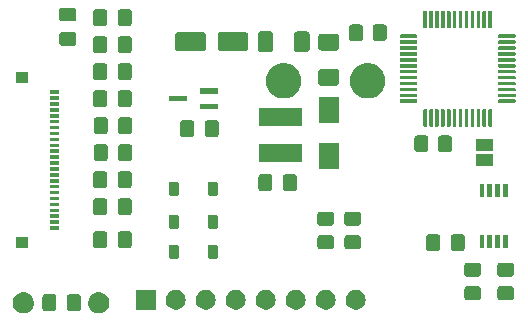
<source format=gbr>
%TF.GenerationSoftware,KiCad,Pcbnew,7.0.5*%
%TF.CreationDate,2023-07-02T17:57:48+02:00*%
%TF.ProjectId,eink-NFC,65696e6b-2d4e-4464-932e-6b696361645f,rev?*%
%TF.SameCoordinates,Original*%
%TF.FileFunction,Soldermask,Bot*%
%TF.FilePolarity,Negative*%
%FSLAX46Y46*%
G04 Gerber Fmt 4.6, Leading zero omitted, Abs format (unit mm)*
G04 Created by KiCad (PCBNEW 7.0.5) date 2023-07-02 17:57:48*
%MOMM*%
%LPD*%
G01*
G04 APERTURE LIST*
G04 APERTURE END LIST*
G36*
X115178613Y-93084930D02*
G01*
X115225576Y-93084930D01*
X115266122Y-93093548D01*
X115307026Y-93097577D01*
X115358416Y-93113166D01*
X115409615Y-93124049D01*
X115442379Y-93138636D01*
X115475804Y-93148776D01*
X115528920Y-93177166D01*
X115581500Y-93200577D01*
X115605945Y-93218337D01*
X115631349Y-93231916D01*
X115683169Y-93274444D01*
X115733718Y-93311170D01*
X115750131Y-93329398D01*
X115767690Y-93343809D01*
X115814879Y-93401308D01*
X115859615Y-93450993D01*
X115869012Y-93467269D01*
X115879583Y-93480150D01*
X115918683Y-93553302D01*
X115953691Y-93613937D01*
X115957718Y-93626331D01*
X115962723Y-93635695D01*
X115990321Y-93726672D01*
X116011833Y-93792879D01*
X116012590Y-93800082D01*
X116013922Y-93804473D01*
X116026877Y-93936021D01*
X116031500Y-93980000D01*
X116026877Y-94023982D01*
X116013922Y-94155526D01*
X116012590Y-94159916D01*
X116011833Y-94167121D01*
X115990316Y-94233341D01*
X115962723Y-94324304D01*
X115957719Y-94333665D01*
X115953691Y-94346063D01*
X115918676Y-94406709D01*
X115879583Y-94479849D01*
X115869014Y-94492726D01*
X115859615Y-94509007D01*
X115814869Y-94558701D01*
X115767690Y-94616190D01*
X115750134Y-94630597D01*
X115733718Y-94648830D01*
X115683159Y-94685563D01*
X115631349Y-94728083D01*
X115605950Y-94741658D01*
X115581500Y-94759423D01*
X115528908Y-94782838D01*
X115475804Y-94811223D01*
X115442386Y-94821360D01*
X115409615Y-94835951D01*
X115358405Y-94846836D01*
X115307026Y-94862422D01*
X115266131Y-94866449D01*
X115225576Y-94875070D01*
X115178602Y-94875070D01*
X115131499Y-94879709D01*
X115084396Y-94875070D01*
X115037424Y-94875070D01*
X114996869Y-94866449D01*
X114955973Y-94862422D01*
X114904591Y-94846835D01*
X114853385Y-94835951D01*
X114820615Y-94821361D01*
X114787195Y-94811223D01*
X114734085Y-94782835D01*
X114681500Y-94759423D01*
X114657052Y-94741660D01*
X114631650Y-94728083D01*
X114579832Y-94685556D01*
X114529282Y-94648830D01*
X114512868Y-94630600D01*
X114495309Y-94616190D01*
X114448118Y-94558688D01*
X114403385Y-94509007D01*
X114393987Y-94492730D01*
X114383416Y-94479849D01*
X114344310Y-94406686D01*
X114309309Y-94346063D01*
X114305282Y-94333670D01*
X114300276Y-94324304D01*
X114272668Y-94233294D01*
X114251167Y-94167121D01*
X114250410Y-94159921D01*
X114249077Y-94155526D01*
X114236106Y-94023831D01*
X114231500Y-93980000D01*
X114236106Y-93936172D01*
X114249077Y-93804473D01*
X114250410Y-93800077D01*
X114251167Y-93792879D01*
X114272663Y-93726719D01*
X114300276Y-93635695D01*
X114305283Y-93626327D01*
X114309309Y-93613937D01*
X114344302Y-93553326D01*
X114383416Y-93480150D01*
X114393989Y-93467265D01*
X114403385Y-93450993D01*
X114448109Y-93401321D01*
X114495309Y-93343809D01*
X114512871Y-93329395D01*
X114529282Y-93311170D01*
X114579821Y-93274450D01*
X114631650Y-93231916D01*
X114657057Y-93218335D01*
X114681500Y-93200577D01*
X114734073Y-93177169D01*
X114787195Y-93148776D01*
X114820622Y-93138635D01*
X114853385Y-93124049D01*
X114904580Y-93113166D01*
X114955973Y-93097577D01*
X114996877Y-93093548D01*
X115037424Y-93084930D01*
X115084387Y-93084930D01*
X115131500Y-93080290D01*
X115178613Y-93084930D01*
G37*
G36*
X121578613Y-93084930D02*
G01*
X121625576Y-93084930D01*
X121666122Y-93093548D01*
X121707026Y-93097577D01*
X121758416Y-93113166D01*
X121809615Y-93124049D01*
X121842379Y-93138636D01*
X121875804Y-93148776D01*
X121928920Y-93177166D01*
X121981500Y-93200577D01*
X122005945Y-93218337D01*
X122031349Y-93231916D01*
X122083169Y-93274444D01*
X122133718Y-93311170D01*
X122150131Y-93329398D01*
X122167690Y-93343809D01*
X122214879Y-93401308D01*
X122259615Y-93450993D01*
X122269012Y-93467269D01*
X122279583Y-93480150D01*
X122318683Y-93553302D01*
X122353691Y-93613937D01*
X122357718Y-93626331D01*
X122362723Y-93635695D01*
X122390321Y-93726672D01*
X122411833Y-93792879D01*
X122412590Y-93800082D01*
X122413922Y-93804473D01*
X122426877Y-93936021D01*
X122431500Y-93980000D01*
X122426877Y-94023982D01*
X122413922Y-94155526D01*
X122412590Y-94159916D01*
X122411833Y-94167121D01*
X122390316Y-94233341D01*
X122362723Y-94324304D01*
X122357719Y-94333665D01*
X122353691Y-94346063D01*
X122318676Y-94406709D01*
X122279583Y-94479849D01*
X122269014Y-94492726D01*
X122259615Y-94509007D01*
X122214869Y-94558701D01*
X122167690Y-94616190D01*
X122150134Y-94630597D01*
X122133718Y-94648830D01*
X122083159Y-94685563D01*
X122031349Y-94728083D01*
X122005950Y-94741658D01*
X121981500Y-94759423D01*
X121928908Y-94782838D01*
X121875804Y-94811223D01*
X121842386Y-94821360D01*
X121809615Y-94835951D01*
X121758405Y-94846836D01*
X121707026Y-94862422D01*
X121666131Y-94866449D01*
X121625576Y-94875070D01*
X121578602Y-94875070D01*
X121531499Y-94879709D01*
X121484396Y-94875070D01*
X121437424Y-94875070D01*
X121396869Y-94866449D01*
X121355973Y-94862422D01*
X121304591Y-94846835D01*
X121253385Y-94835951D01*
X121220615Y-94821361D01*
X121187195Y-94811223D01*
X121134085Y-94782835D01*
X121081500Y-94759423D01*
X121057052Y-94741660D01*
X121031650Y-94728083D01*
X120979832Y-94685556D01*
X120929282Y-94648830D01*
X120912868Y-94630600D01*
X120895309Y-94616190D01*
X120848118Y-94558688D01*
X120803385Y-94509007D01*
X120793987Y-94492730D01*
X120783416Y-94479849D01*
X120744310Y-94406686D01*
X120709309Y-94346063D01*
X120705282Y-94333670D01*
X120700276Y-94324304D01*
X120672668Y-94233294D01*
X120651167Y-94167121D01*
X120650410Y-94159921D01*
X120649077Y-94155526D01*
X120636106Y-94023831D01*
X120631500Y-93980000D01*
X120636106Y-93936172D01*
X120649077Y-93804473D01*
X120650410Y-93800077D01*
X120651167Y-93792879D01*
X120672663Y-93726719D01*
X120700276Y-93635695D01*
X120705283Y-93626327D01*
X120709309Y-93613937D01*
X120744302Y-93553326D01*
X120783416Y-93480150D01*
X120793989Y-93467265D01*
X120803385Y-93450993D01*
X120848109Y-93401321D01*
X120895309Y-93343809D01*
X120912871Y-93329395D01*
X120929282Y-93311170D01*
X120979821Y-93274450D01*
X121031650Y-93231916D01*
X121057057Y-93218335D01*
X121081500Y-93200577D01*
X121134073Y-93177169D01*
X121187195Y-93148776D01*
X121220622Y-93138635D01*
X121253385Y-93124049D01*
X121304580Y-93113166D01*
X121355973Y-93097577D01*
X121396877Y-93093548D01*
X121437424Y-93084930D01*
X121484387Y-93084930D01*
X121531500Y-93080290D01*
X121578613Y-93084930D01*
G37*
G36*
X117690350Y-93255964D02*
G01*
X117740540Y-93261787D01*
X117757689Y-93269359D01*
X117781171Y-93274030D01*
X117806310Y-93290827D01*
X117826196Y-93299608D01*
X117839777Y-93313189D01*
X117862277Y-93328223D01*
X117877310Y-93350722D01*
X117890891Y-93364303D01*
X117899670Y-93384186D01*
X117916470Y-93409329D01*
X117921141Y-93432812D01*
X117928712Y-93449959D01*
X117934533Y-93500139D01*
X117935500Y-93505000D01*
X117935500Y-94455000D01*
X117934532Y-94459863D01*
X117928712Y-94510040D01*
X117921141Y-94527185D01*
X117916470Y-94550671D01*
X117899669Y-94575815D01*
X117890891Y-94595696D01*
X117877312Y-94609274D01*
X117862277Y-94631777D01*
X117839774Y-94646812D01*
X117826196Y-94660391D01*
X117806315Y-94669169D01*
X117781171Y-94685970D01*
X117757685Y-94690641D01*
X117740540Y-94698212D01*
X117690361Y-94704032D01*
X117685500Y-94705000D01*
X117010500Y-94705000D01*
X117005638Y-94704032D01*
X116955459Y-94698212D01*
X116938312Y-94690641D01*
X116914829Y-94685970D01*
X116889686Y-94669170D01*
X116869803Y-94660391D01*
X116856222Y-94646810D01*
X116833723Y-94631777D01*
X116818689Y-94609277D01*
X116805108Y-94595696D01*
X116796327Y-94575810D01*
X116779530Y-94550671D01*
X116774859Y-94527189D01*
X116767287Y-94510040D01*
X116761464Y-94459849D01*
X116760500Y-94455000D01*
X116760500Y-93505000D01*
X116761464Y-93500150D01*
X116767287Y-93449959D01*
X116774859Y-93432808D01*
X116779530Y-93409329D01*
X116796326Y-93384191D01*
X116805108Y-93364303D01*
X116818691Y-93350719D01*
X116833723Y-93328223D01*
X116856219Y-93313191D01*
X116869803Y-93299608D01*
X116889691Y-93290826D01*
X116914829Y-93274030D01*
X116938308Y-93269359D01*
X116955459Y-93261787D01*
X117005651Y-93255964D01*
X117010500Y-93255000D01*
X117685500Y-93255000D01*
X117690350Y-93255964D01*
G37*
G36*
X119765350Y-93255964D02*
G01*
X119815540Y-93261787D01*
X119832689Y-93269359D01*
X119856171Y-93274030D01*
X119881310Y-93290827D01*
X119901196Y-93299608D01*
X119914777Y-93313189D01*
X119937277Y-93328223D01*
X119952310Y-93350722D01*
X119965891Y-93364303D01*
X119974670Y-93384186D01*
X119991470Y-93409329D01*
X119996141Y-93432812D01*
X120003712Y-93449959D01*
X120009533Y-93500139D01*
X120010500Y-93505000D01*
X120010500Y-94455000D01*
X120009532Y-94459863D01*
X120003712Y-94510040D01*
X119996141Y-94527185D01*
X119991470Y-94550671D01*
X119974669Y-94575815D01*
X119965891Y-94595696D01*
X119952312Y-94609274D01*
X119937277Y-94631777D01*
X119914774Y-94646812D01*
X119901196Y-94660391D01*
X119881315Y-94669169D01*
X119856171Y-94685970D01*
X119832685Y-94690641D01*
X119815540Y-94698212D01*
X119765361Y-94704032D01*
X119760500Y-94705000D01*
X119085500Y-94705000D01*
X119080638Y-94704032D01*
X119030459Y-94698212D01*
X119013312Y-94690641D01*
X118989829Y-94685970D01*
X118964686Y-94669170D01*
X118944803Y-94660391D01*
X118931222Y-94646810D01*
X118908723Y-94631777D01*
X118893689Y-94609277D01*
X118880108Y-94595696D01*
X118871327Y-94575810D01*
X118854530Y-94550671D01*
X118849859Y-94527189D01*
X118842287Y-94510040D01*
X118836464Y-94459849D01*
X118835500Y-94455000D01*
X118835500Y-93505000D01*
X118836464Y-93500150D01*
X118842287Y-93449959D01*
X118849859Y-93432808D01*
X118854530Y-93409329D01*
X118871326Y-93384191D01*
X118880108Y-93364303D01*
X118893691Y-93350719D01*
X118908723Y-93328223D01*
X118931219Y-93313191D01*
X118944803Y-93299608D01*
X118964691Y-93290826D01*
X118989829Y-93274030D01*
X119013308Y-93269359D01*
X119030459Y-93261787D01*
X119080651Y-93255964D01*
X119085500Y-93255000D01*
X119760500Y-93255000D01*
X119765350Y-93255964D01*
G37*
G36*
X126347500Y-94576000D02*
G01*
X124647500Y-94576000D01*
X124647500Y-92876000D01*
X126347500Y-92876000D01*
X126347500Y-94576000D01*
G37*
G36*
X128300164Y-92917602D02*
G01*
X128462500Y-92989878D01*
X128606261Y-93094327D01*
X128725164Y-93226383D01*
X128814014Y-93380274D01*
X128868925Y-93549275D01*
X128887500Y-93726000D01*
X128868925Y-93902725D01*
X128814014Y-94071726D01*
X128725164Y-94225617D01*
X128606261Y-94357673D01*
X128462500Y-94462122D01*
X128300164Y-94534398D01*
X128126349Y-94571344D01*
X127948651Y-94571344D01*
X127774836Y-94534398D01*
X127612500Y-94462122D01*
X127468739Y-94357673D01*
X127349836Y-94225617D01*
X127260986Y-94071726D01*
X127206075Y-93902725D01*
X127187500Y-93726000D01*
X127206075Y-93549275D01*
X127260986Y-93380274D01*
X127349836Y-93226383D01*
X127468739Y-93094327D01*
X127612500Y-92989878D01*
X127774836Y-92917602D01*
X127948651Y-92880656D01*
X128126349Y-92880656D01*
X128300164Y-92917602D01*
G37*
G36*
X130840164Y-92917602D02*
G01*
X131002500Y-92989878D01*
X131146261Y-93094327D01*
X131265164Y-93226383D01*
X131354014Y-93380274D01*
X131408925Y-93549275D01*
X131427500Y-93726000D01*
X131408925Y-93902725D01*
X131354014Y-94071726D01*
X131265164Y-94225617D01*
X131146261Y-94357673D01*
X131002500Y-94462122D01*
X130840164Y-94534398D01*
X130666349Y-94571344D01*
X130488651Y-94571344D01*
X130314836Y-94534398D01*
X130152500Y-94462122D01*
X130008739Y-94357673D01*
X129889836Y-94225617D01*
X129800986Y-94071726D01*
X129746075Y-93902725D01*
X129727500Y-93726000D01*
X129746075Y-93549275D01*
X129800986Y-93380274D01*
X129889836Y-93226383D01*
X130008739Y-93094327D01*
X130152500Y-92989878D01*
X130314836Y-92917602D01*
X130488651Y-92880656D01*
X130666349Y-92880656D01*
X130840164Y-92917602D01*
G37*
G36*
X133380164Y-92917602D02*
G01*
X133542500Y-92989878D01*
X133686261Y-93094327D01*
X133805164Y-93226383D01*
X133894014Y-93380274D01*
X133948925Y-93549275D01*
X133967500Y-93726000D01*
X133948925Y-93902725D01*
X133894014Y-94071726D01*
X133805164Y-94225617D01*
X133686261Y-94357673D01*
X133542500Y-94462122D01*
X133380164Y-94534398D01*
X133206349Y-94571344D01*
X133028651Y-94571344D01*
X132854836Y-94534398D01*
X132692500Y-94462122D01*
X132548739Y-94357673D01*
X132429836Y-94225617D01*
X132340986Y-94071726D01*
X132286075Y-93902725D01*
X132267500Y-93726000D01*
X132286075Y-93549275D01*
X132340986Y-93380274D01*
X132429836Y-93226383D01*
X132548739Y-93094327D01*
X132692500Y-92989878D01*
X132854836Y-92917602D01*
X133028651Y-92880656D01*
X133206349Y-92880656D01*
X133380164Y-92917602D01*
G37*
G36*
X135920164Y-92917602D02*
G01*
X136082500Y-92989878D01*
X136226261Y-93094327D01*
X136345164Y-93226383D01*
X136434014Y-93380274D01*
X136488925Y-93549275D01*
X136507500Y-93726000D01*
X136488925Y-93902725D01*
X136434014Y-94071726D01*
X136345164Y-94225617D01*
X136226261Y-94357673D01*
X136082500Y-94462122D01*
X135920164Y-94534398D01*
X135746349Y-94571344D01*
X135568651Y-94571344D01*
X135394836Y-94534398D01*
X135232500Y-94462122D01*
X135088739Y-94357673D01*
X134969836Y-94225617D01*
X134880986Y-94071726D01*
X134826075Y-93902725D01*
X134807500Y-93726000D01*
X134826075Y-93549275D01*
X134880986Y-93380274D01*
X134969836Y-93226383D01*
X135088739Y-93094327D01*
X135232500Y-92989878D01*
X135394836Y-92917602D01*
X135568651Y-92880656D01*
X135746349Y-92880656D01*
X135920164Y-92917602D01*
G37*
G36*
X138460164Y-92917602D02*
G01*
X138622500Y-92989878D01*
X138766261Y-93094327D01*
X138885164Y-93226383D01*
X138974014Y-93380274D01*
X139028925Y-93549275D01*
X139047500Y-93726000D01*
X139028925Y-93902725D01*
X138974014Y-94071726D01*
X138885164Y-94225617D01*
X138766261Y-94357673D01*
X138622500Y-94462122D01*
X138460164Y-94534398D01*
X138286349Y-94571344D01*
X138108651Y-94571344D01*
X137934836Y-94534398D01*
X137772500Y-94462122D01*
X137628739Y-94357673D01*
X137509836Y-94225617D01*
X137420986Y-94071726D01*
X137366075Y-93902725D01*
X137347500Y-93726000D01*
X137366075Y-93549275D01*
X137420986Y-93380274D01*
X137509836Y-93226383D01*
X137628739Y-93094327D01*
X137772500Y-92989878D01*
X137934836Y-92917602D01*
X138108651Y-92880656D01*
X138286349Y-92880656D01*
X138460164Y-92917602D01*
G37*
G36*
X141000164Y-92917602D02*
G01*
X141162500Y-92989878D01*
X141306261Y-93094327D01*
X141425164Y-93226383D01*
X141514014Y-93380274D01*
X141568925Y-93549275D01*
X141587500Y-93726000D01*
X141568925Y-93902725D01*
X141514014Y-94071726D01*
X141425164Y-94225617D01*
X141306261Y-94357673D01*
X141162500Y-94462122D01*
X141000164Y-94534398D01*
X140826349Y-94571344D01*
X140648651Y-94571344D01*
X140474836Y-94534398D01*
X140312500Y-94462122D01*
X140168739Y-94357673D01*
X140049836Y-94225617D01*
X139960986Y-94071726D01*
X139906075Y-93902725D01*
X139887500Y-93726000D01*
X139906075Y-93549275D01*
X139960986Y-93380274D01*
X140049836Y-93226383D01*
X140168739Y-93094327D01*
X140312500Y-92989878D01*
X140474836Y-92917602D01*
X140648651Y-92880656D01*
X140826349Y-92880656D01*
X141000164Y-92917602D01*
G37*
G36*
X143540164Y-92917602D02*
G01*
X143702500Y-92989878D01*
X143846261Y-93094327D01*
X143965164Y-93226383D01*
X144054014Y-93380274D01*
X144108925Y-93549275D01*
X144127500Y-93726000D01*
X144108925Y-93902725D01*
X144054014Y-94071726D01*
X143965164Y-94225617D01*
X143846261Y-94357673D01*
X143702500Y-94462122D01*
X143540164Y-94534398D01*
X143366349Y-94571344D01*
X143188651Y-94571344D01*
X143014836Y-94534398D01*
X142852500Y-94462122D01*
X142708739Y-94357673D01*
X142589836Y-94225617D01*
X142500986Y-94071726D01*
X142446075Y-93902725D01*
X142427500Y-93726000D01*
X142446075Y-93549275D01*
X142500986Y-93380274D01*
X142589836Y-93226383D01*
X142708739Y-93094327D01*
X142852500Y-92989878D01*
X143014836Y-92917602D01*
X143188651Y-92880656D01*
X143366349Y-92880656D01*
X143540164Y-92917602D01*
G37*
G36*
X153638350Y-92586964D02*
G01*
X153688540Y-92592787D01*
X153705689Y-92600359D01*
X153729171Y-92605030D01*
X153754310Y-92621827D01*
X153774196Y-92630608D01*
X153787777Y-92644189D01*
X153810277Y-92659223D01*
X153825310Y-92681722D01*
X153838891Y-92695303D01*
X153847670Y-92715186D01*
X153864470Y-92740329D01*
X153869141Y-92763812D01*
X153876712Y-92780959D01*
X153882533Y-92831139D01*
X153883500Y-92836000D01*
X153883500Y-93536000D01*
X153882532Y-93540863D01*
X153876712Y-93591040D01*
X153869141Y-93608185D01*
X153864470Y-93631671D01*
X153847669Y-93656815D01*
X153838891Y-93676696D01*
X153825312Y-93690274D01*
X153810277Y-93712777D01*
X153787774Y-93727812D01*
X153774196Y-93741391D01*
X153754315Y-93750169D01*
X153729171Y-93766970D01*
X153705685Y-93771641D01*
X153688540Y-93779212D01*
X153638361Y-93785032D01*
X153633500Y-93786000D01*
X152733500Y-93786000D01*
X152728638Y-93785032D01*
X152678459Y-93779212D01*
X152661312Y-93771641D01*
X152637829Y-93766970D01*
X152612686Y-93750170D01*
X152592803Y-93741391D01*
X152579222Y-93727810D01*
X152556723Y-93712777D01*
X152541689Y-93690277D01*
X152528108Y-93676696D01*
X152519327Y-93656810D01*
X152502530Y-93631671D01*
X152497859Y-93608189D01*
X152490287Y-93591040D01*
X152484464Y-93540849D01*
X152483500Y-93536000D01*
X152483500Y-92836000D01*
X152484464Y-92831150D01*
X152490287Y-92780959D01*
X152497859Y-92763808D01*
X152502530Y-92740329D01*
X152519326Y-92715191D01*
X152528108Y-92695303D01*
X152541691Y-92681719D01*
X152556723Y-92659223D01*
X152579219Y-92644191D01*
X152592803Y-92630608D01*
X152612691Y-92621826D01*
X152637829Y-92605030D01*
X152661308Y-92600359D01*
X152678459Y-92592787D01*
X152728651Y-92586964D01*
X152733500Y-92586000D01*
X153633500Y-92586000D01*
X153638350Y-92586964D01*
G37*
G36*
X156432350Y-92586964D02*
G01*
X156482540Y-92592787D01*
X156499689Y-92600359D01*
X156523171Y-92605030D01*
X156548310Y-92621827D01*
X156568196Y-92630608D01*
X156581777Y-92644189D01*
X156604277Y-92659223D01*
X156619310Y-92681722D01*
X156632891Y-92695303D01*
X156641670Y-92715186D01*
X156658470Y-92740329D01*
X156663141Y-92763812D01*
X156670712Y-92780959D01*
X156676533Y-92831139D01*
X156677500Y-92836000D01*
X156677500Y-93536000D01*
X156676532Y-93540863D01*
X156670712Y-93591040D01*
X156663141Y-93608185D01*
X156658470Y-93631671D01*
X156641669Y-93656815D01*
X156632891Y-93676696D01*
X156619312Y-93690274D01*
X156604277Y-93712777D01*
X156581774Y-93727812D01*
X156568196Y-93741391D01*
X156548315Y-93750169D01*
X156523171Y-93766970D01*
X156499685Y-93771641D01*
X156482540Y-93779212D01*
X156432361Y-93785032D01*
X156427500Y-93786000D01*
X155527500Y-93786000D01*
X155522638Y-93785032D01*
X155472459Y-93779212D01*
X155455312Y-93771641D01*
X155431829Y-93766970D01*
X155406686Y-93750170D01*
X155386803Y-93741391D01*
X155373222Y-93727810D01*
X155350723Y-93712777D01*
X155335689Y-93690277D01*
X155322108Y-93676696D01*
X155313327Y-93656810D01*
X155296530Y-93631671D01*
X155291859Y-93608189D01*
X155284287Y-93591040D01*
X155278464Y-93540849D01*
X155277500Y-93536000D01*
X155277500Y-92836000D01*
X155278464Y-92831150D01*
X155284287Y-92780959D01*
X155291859Y-92763808D01*
X155296530Y-92740329D01*
X155313326Y-92715191D01*
X155322108Y-92695303D01*
X155335691Y-92681719D01*
X155350723Y-92659223D01*
X155373219Y-92644191D01*
X155386803Y-92630608D01*
X155406691Y-92621826D01*
X155431829Y-92605030D01*
X155455308Y-92600359D01*
X155472459Y-92592787D01*
X155522651Y-92586964D01*
X155527500Y-92586000D01*
X156427500Y-92586000D01*
X156432350Y-92586964D01*
G37*
G36*
X153638350Y-90586964D02*
G01*
X153688540Y-90592787D01*
X153705689Y-90600359D01*
X153729171Y-90605030D01*
X153754310Y-90621827D01*
X153774196Y-90630608D01*
X153787777Y-90644189D01*
X153810277Y-90659223D01*
X153825310Y-90681722D01*
X153838891Y-90695303D01*
X153847670Y-90715186D01*
X153864470Y-90740329D01*
X153869141Y-90763812D01*
X153876712Y-90780959D01*
X153882533Y-90831139D01*
X153883500Y-90836000D01*
X153883500Y-91536000D01*
X153882532Y-91540863D01*
X153876712Y-91591040D01*
X153869141Y-91608185D01*
X153864470Y-91631671D01*
X153847669Y-91656815D01*
X153838891Y-91676696D01*
X153825312Y-91690274D01*
X153810277Y-91712777D01*
X153787774Y-91727812D01*
X153774196Y-91741391D01*
X153754315Y-91750169D01*
X153729171Y-91766970D01*
X153705685Y-91771641D01*
X153688540Y-91779212D01*
X153638361Y-91785032D01*
X153633500Y-91786000D01*
X152733500Y-91786000D01*
X152728638Y-91785032D01*
X152678459Y-91779212D01*
X152661312Y-91771641D01*
X152637829Y-91766970D01*
X152612686Y-91750170D01*
X152592803Y-91741391D01*
X152579222Y-91727810D01*
X152556723Y-91712777D01*
X152541689Y-91690277D01*
X152528108Y-91676696D01*
X152519327Y-91656810D01*
X152502530Y-91631671D01*
X152497859Y-91608189D01*
X152490287Y-91591040D01*
X152484464Y-91540849D01*
X152483500Y-91536000D01*
X152483500Y-90836000D01*
X152484464Y-90831150D01*
X152490287Y-90780959D01*
X152497859Y-90763808D01*
X152502530Y-90740329D01*
X152519326Y-90715191D01*
X152528108Y-90695303D01*
X152541691Y-90681719D01*
X152556723Y-90659223D01*
X152579219Y-90644191D01*
X152592803Y-90630608D01*
X152612691Y-90621826D01*
X152637829Y-90605030D01*
X152661308Y-90600359D01*
X152678459Y-90592787D01*
X152728651Y-90586964D01*
X152733500Y-90586000D01*
X153633500Y-90586000D01*
X153638350Y-90586964D01*
G37*
G36*
X156432350Y-90586964D02*
G01*
X156482540Y-90592787D01*
X156499689Y-90600359D01*
X156523171Y-90605030D01*
X156548310Y-90621827D01*
X156568196Y-90630608D01*
X156581777Y-90644189D01*
X156604277Y-90659223D01*
X156619310Y-90681722D01*
X156632891Y-90695303D01*
X156641670Y-90715186D01*
X156658470Y-90740329D01*
X156663141Y-90763812D01*
X156670712Y-90780959D01*
X156676533Y-90831139D01*
X156677500Y-90836000D01*
X156677500Y-91536000D01*
X156676532Y-91540863D01*
X156670712Y-91591040D01*
X156663141Y-91608185D01*
X156658470Y-91631671D01*
X156641669Y-91656815D01*
X156632891Y-91676696D01*
X156619312Y-91690274D01*
X156604277Y-91712777D01*
X156581774Y-91727812D01*
X156568196Y-91741391D01*
X156548315Y-91750169D01*
X156523171Y-91766970D01*
X156499685Y-91771641D01*
X156482540Y-91779212D01*
X156432361Y-91785032D01*
X156427500Y-91786000D01*
X155527500Y-91786000D01*
X155522638Y-91785032D01*
X155472459Y-91779212D01*
X155455312Y-91771641D01*
X155431829Y-91766970D01*
X155406686Y-91750170D01*
X155386803Y-91741391D01*
X155373222Y-91727810D01*
X155350723Y-91712777D01*
X155335689Y-91690277D01*
X155322108Y-91676696D01*
X155313327Y-91656810D01*
X155296530Y-91631671D01*
X155291859Y-91608189D01*
X155284287Y-91591040D01*
X155278464Y-91540849D01*
X155277500Y-91536000D01*
X155277500Y-90836000D01*
X155278464Y-90831150D01*
X155284287Y-90780959D01*
X155291859Y-90763808D01*
X155296530Y-90740329D01*
X155313326Y-90715191D01*
X155322108Y-90695303D01*
X155335691Y-90681719D01*
X155350723Y-90659223D01*
X155373219Y-90644191D01*
X155386803Y-90630608D01*
X155406691Y-90621826D01*
X155431829Y-90605030D01*
X155455308Y-90600359D01*
X155472459Y-90592787D01*
X155522651Y-90586964D01*
X155527500Y-90586000D01*
X156427500Y-90586000D01*
X156432350Y-90586964D01*
G37*
G36*
X128119850Y-89062964D02*
G01*
X128164317Y-89068123D01*
X128179510Y-89074831D01*
X128201104Y-89079127D01*
X128224222Y-89094574D01*
X128241567Y-89102233D01*
X128253412Y-89114078D01*
X128274099Y-89127901D01*
X128287921Y-89148587D01*
X128299766Y-89160432D01*
X128307423Y-89177774D01*
X128322873Y-89200896D01*
X128327168Y-89222491D01*
X128333876Y-89237682D01*
X128339033Y-89282139D01*
X128340000Y-89287000D01*
X128340000Y-90037000D01*
X128339032Y-90041862D01*
X128333876Y-90086317D01*
X128327168Y-90101506D01*
X128322873Y-90123104D01*
X128307422Y-90146227D01*
X128299766Y-90163567D01*
X128287923Y-90175409D01*
X128274099Y-90196099D01*
X128253409Y-90209923D01*
X128241567Y-90221766D01*
X128224227Y-90229422D01*
X128201104Y-90244873D01*
X128179506Y-90249168D01*
X128164317Y-90255876D01*
X128119861Y-90261032D01*
X128115000Y-90262000D01*
X127665000Y-90262000D01*
X127660138Y-90261033D01*
X127615682Y-90255876D01*
X127600491Y-90249168D01*
X127578896Y-90244873D01*
X127555774Y-90229423D01*
X127538432Y-90221766D01*
X127526587Y-90209921D01*
X127505901Y-90196099D01*
X127492078Y-90175412D01*
X127480233Y-90163567D01*
X127472574Y-90146222D01*
X127457127Y-90123104D01*
X127452831Y-90101510D01*
X127446123Y-90086317D01*
X127440964Y-90041849D01*
X127440000Y-90037000D01*
X127440000Y-89287000D01*
X127440964Y-89282150D01*
X127446123Y-89237682D01*
X127452832Y-89222487D01*
X127457127Y-89200896D01*
X127472573Y-89177779D01*
X127480233Y-89160432D01*
X127492080Y-89148584D01*
X127505901Y-89127901D01*
X127526584Y-89114080D01*
X127538432Y-89102233D01*
X127555779Y-89094573D01*
X127578896Y-89079127D01*
X127600487Y-89074832D01*
X127615682Y-89068123D01*
X127660151Y-89062964D01*
X127665000Y-89062000D01*
X128115000Y-89062000D01*
X128119850Y-89062964D01*
G37*
G36*
X131419850Y-89062964D02*
G01*
X131464317Y-89068123D01*
X131479510Y-89074831D01*
X131501104Y-89079127D01*
X131524222Y-89094574D01*
X131541567Y-89102233D01*
X131553412Y-89114078D01*
X131574099Y-89127901D01*
X131587921Y-89148587D01*
X131599766Y-89160432D01*
X131607423Y-89177774D01*
X131622873Y-89200896D01*
X131627168Y-89222491D01*
X131633876Y-89237682D01*
X131639033Y-89282139D01*
X131640000Y-89287000D01*
X131640000Y-90037000D01*
X131639032Y-90041862D01*
X131633876Y-90086317D01*
X131627168Y-90101506D01*
X131622873Y-90123104D01*
X131607422Y-90146227D01*
X131599766Y-90163567D01*
X131587923Y-90175409D01*
X131574099Y-90196099D01*
X131553409Y-90209923D01*
X131541567Y-90221766D01*
X131524227Y-90229422D01*
X131501104Y-90244873D01*
X131479506Y-90249168D01*
X131464317Y-90255876D01*
X131419861Y-90261032D01*
X131415000Y-90262000D01*
X130965000Y-90262000D01*
X130960138Y-90261033D01*
X130915682Y-90255876D01*
X130900491Y-90249168D01*
X130878896Y-90244873D01*
X130855774Y-90229423D01*
X130838432Y-90221766D01*
X130826587Y-90209921D01*
X130805901Y-90196099D01*
X130792078Y-90175412D01*
X130780233Y-90163567D01*
X130772574Y-90146222D01*
X130757127Y-90123104D01*
X130752831Y-90101510D01*
X130746123Y-90086317D01*
X130740964Y-90041849D01*
X130740000Y-90037000D01*
X130740000Y-89287000D01*
X130740964Y-89282150D01*
X130746123Y-89237682D01*
X130752832Y-89222487D01*
X130757127Y-89200896D01*
X130772573Y-89177779D01*
X130780233Y-89160432D01*
X130792080Y-89148584D01*
X130805901Y-89127901D01*
X130826584Y-89114080D01*
X130838432Y-89102233D01*
X130855779Y-89094573D01*
X130878896Y-89079127D01*
X130900487Y-89074832D01*
X130915682Y-89068123D01*
X130960151Y-89062964D01*
X130965000Y-89062000D01*
X131415000Y-89062000D01*
X131419850Y-89062964D01*
G37*
G36*
X150180850Y-88175964D02*
G01*
X150231040Y-88181787D01*
X150248189Y-88189359D01*
X150271671Y-88194030D01*
X150296810Y-88210827D01*
X150316696Y-88219608D01*
X150330277Y-88233189D01*
X150352777Y-88248223D01*
X150367810Y-88270722D01*
X150381391Y-88284303D01*
X150390170Y-88304186D01*
X150406970Y-88329329D01*
X150411641Y-88352812D01*
X150419212Y-88369959D01*
X150425033Y-88420139D01*
X150426000Y-88425000D01*
X150426000Y-89375000D01*
X150425032Y-89379863D01*
X150419212Y-89430040D01*
X150411641Y-89447185D01*
X150406970Y-89470671D01*
X150390169Y-89495815D01*
X150381391Y-89515696D01*
X150367812Y-89529274D01*
X150352777Y-89551777D01*
X150330274Y-89566812D01*
X150316696Y-89580391D01*
X150296815Y-89589169D01*
X150271671Y-89605970D01*
X150248185Y-89610641D01*
X150231040Y-89618212D01*
X150180861Y-89624032D01*
X150176000Y-89625000D01*
X149501000Y-89625000D01*
X149496138Y-89624032D01*
X149445959Y-89618212D01*
X149428812Y-89610641D01*
X149405329Y-89605970D01*
X149380186Y-89589170D01*
X149360303Y-89580391D01*
X149346722Y-89566810D01*
X149324223Y-89551777D01*
X149309189Y-89529277D01*
X149295608Y-89515696D01*
X149286827Y-89495810D01*
X149270030Y-89470671D01*
X149265359Y-89447189D01*
X149257787Y-89430040D01*
X149251964Y-89379849D01*
X149251000Y-89375000D01*
X149251000Y-88425000D01*
X149251964Y-88420150D01*
X149257787Y-88369959D01*
X149265359Y-88352808D01*
X149270030Y-88329329D01*
X149286826Y-88304191D01*
X149295608Y-88284303D01*
X149309191Y-88270719D01*
X149324223Y-88248223D01*
X149346719Y-88233191D01*
X149360303Y-88219608D01*
X149380191Y-88210826D01*
X149405329Y-88194030D01*
X149428808Y-88189359D01*
X149445959Y-88181787D01*
X149496151Y-88175964D01*
X149501000Y-88175000D01*
X150176000Y-88175000D01*
X150180850Y-88175964D01*
G37*
G36*
X152255850Y-88175964D02*
G01*
X152306040Y-88181787D01*
X152323189Y-88189359D01*
X152346671Y-88194030D01*
X152371810Y-88210827D01*
X152391696Y-88219608D01*
X152405277Y-88233189D01*
X152427777Y-88248223D01*
X152442810Y-88270722D01*
X152456391Y-88284303D01*
X152465170Y-88304186D01*
X152481970Y-88329329D01*
X152486641Y-88352812D01*
X152494212Y-88369959D01*
X152500033Y-88420139D01*
X152501000Y-88425000D01*
X152501000Y-89375000D01*
X152500032Y-89379863D01*
X152494212Y-89430040D01*
X152486641Y-89447185D01*
X152481970Y-89470671D01*
X152465169Y-89495815D01*
X152456391Y-89515696D01*
X152442812Y-89529274D01*
X152427777Y-89551777D01*
X152405274Y-89566812D01*
X152391696Y-89580391D01*
X152371815Y-89589169D01*
X152346671Y-89605970D01*
X152323185Y-89610641D01*
X152306040Y-89618212D01*
X152255861Y-89624032D01*
X152251000Y-89625000D01*
X151576000Y-89625000D01*
X151571138Y-89624032D01*
X151520959Y-89618212D01*
X151503812Y-89610641D01*
X151480329Y-89605970D01*
X151455186Y-89589170D01*
X151435303Y-89580391D01*
X151421722Y-89566810D01*
X151399223Y-89551777D01*
X151384189Y-89529277D01*
X151370608Y-89515696D01*
X151361827Y-89495810D01*
X151345030Y-89470671D01*
X151340359Y-89447189D01*
X151332787Y-89430040D01*
X151326964Y-89379849D01*
X151326000Y-89375000D01*
X151326000Y-88425000D01*
X151326964Y-88420150D01*
X151332787Y-88369959D01*
X151340359Y-88352808D01*
X151345030Y-88329329D01*
X151361826Y-88304191D01*
X151370608Y-88284303D01*
X151384191Y-88270719D01*
X151399223Y-88248223D01*
X151421719Y-88233191D01*
X151435303Y-88219608D01*
X151455191Y-88210826D01*
X151480329Y-88194030D01*
X151503808Y-88189359D01*
X151520959Y-88181787D01*
X151571151Y-88175964D01*
X151576000Y-88175000D01*
X152251000Y-88175000D01*
X152255850Y-88175964D01*
G37*
G36*
X141192350Y-88268964D02*
G01*
X141242540Y-88274787D01*
X141259689Y-88282359D01*
X141283171Y-88287030D01*
X141308310Y-88303827D01*
X141328196Y-88312608D01*
X141341777Y-88326189D01*
X141364277Y-88341223D01*
X141379310Y-88363722D01*
X141392891Y-88377303D01*
X141401670Y-88397186D01*
X141418470Y-88422329D01*
X141423141Y-88445812D01*
X141430712Y-88462959D01*
X141436533Y-88513139D01*
X141437500Y-88518000D01*
X141437500Y-89218000D01*
X141436532Y-89222863D01*
X141430712Y-89273040D01*
X141423141Y-89290185D01*
X141418470Y-89313671D01*
X141401669Y-89338815D01*
X141392891Y-89358696D01*
X141379312Y-89372274D01*
X141364277Y-89394777D01*
X141341774Y-89409812D01*
X141328196Y-89423391D01*
X141308315Y-89432169D01*
X141283171Y-89448970D01*
X141259685Y-89453641D01*
X141242540Y-89461212D01*
X141192361Y-89467032D01*
X141187500Y-89468000D01*
X140287500Y-89468000D01*
X140282638Y-89467032D01*
X140232459Y-89461212D01*
X140215312Y-89453641D01*
X140191829Y-89448970D01*
X140166686Y-89432170D01*
X140146803Y-89423391D01*
X140133222Y-89409810D01*
X140110723Y-89394777D01*
X140095689Y-89372277D01*
X140082108Y-89358696D01*
X140073327Y-89338810D01*
X140056530Y-89313671D01*
X140051859Y-89290189D01*
X140044287Y-89273040D01*
X140038464Y-89222849D01*
X140037500Y-89218000D01*
X140037500Y-88518000D01*
X140038464Y-88513150D01*
X140044287Y-88462959D01*
X140051859Y-88445808D01*
X140056530Y-88422329D01*
X140073326Y-88397191D01*
X140082108Y-88377303D01*
X140095691Y-88363719D01*
X140110723Y-88341223D01*
X140133219Y-88326191D01*
X140146803Y-88312608D01*
X140166691Y-88303826D01*
X140191829Y-88287030D01*
X140215308Y-88282359D01*
X140232459Y-88274787D01*
X140282651Y-88268964D01*
X140287500Y-88268000D01*
X141187500Y-88268000D01*
X141192350Y-88268964D01*
G37*
G36*
X143478350Y-88268964D02*
G01*
X143528540Y-88274787D01*
X143545689Y-88282359D01*
X143569171Y-88287030D01*
X143594310Y-88303827D01*
X143614196Y-88312608D01*
X143627777Y-88326189D01*
X143650277Y-88341223D01*
X143665310Y-88363722D01*
X143678891Y-88377303D01*
X143687670Y-88397186D01*
X143704470Y-88422329D01*
X143709141Y-88445812D01*
X143716712Y-88462959D01*
X143722533Y-88513139D01*
X143723500Y-88518000D01*
X143723500Y-89218000D01*
X143722532Y-89222863D01*
X143716712Y-89273040D01*
X143709141Y-89290185D01*
X143704470Y-89313671D01*
X143687669Y-89338815D01*
X143678891Y-89358696D01*
X143665312Y-89372274D01*
X143650277Y-89394777D01*
X143627774Y-89409812D01*
X143614196Y-89423391D01*
X143594315Y-89432169D01*
X143569171Y-89448970D01*
X143545685Y-89453641D01*
X143528540Y-89461212D01*
X143478361Y-89467032D01*
X143473500Y-89468000D01*
X142573500Y-89468000D01*
X142568638Y-89467032D01*
X142518459Y-89461212D01*
X142501312Y-89453641D01*
X142477829Y-89448970D01*
X142452686Y-89432170D01*
X142432803Y-89423391D01*
X142419222Y-89409810D01*
X142396723Y-89394777D01*
X142381689Y-89372277D01*
X142368108Y-89358696D01*
X142359327Y-89338810D01*
X142342530Y-89313671D01*
X142337859Y-89290189D01*
X142330287Y-89273040D01*
X142324464Y-89222849D01*
X142323500Y-89218000D01*
X142323500Y-88518000D01*
X142324464Y-88513150D01*
X142330287Y-88462959D01*
X142337859Y-88445808D01*
X142342530Y-88422329D01*
X142359326Y-88397191D01*
X142368108Y-88377303D01*
X142381691Y-88363719D01*
X142396723Y-88341223D01*
X142419219Y-88326191D01*
X142432803Y-88312608D01*
X142452691Y-88303826D01*
X142477829Y-88287030D01*
X142501308Y-88282359D01*
X142518459Y-88274787D01*
X142568651Y-88268964D01*
X142573500Y-88268000D01*
X143473500Y-88268000D01*
X143478350Y-88268964D01*
G37*
G36*
X121986850Y-87921964D02*
G01*
X122037040Y-87927787D01*
X122054189Y-87935359D01*
X122077671Y-87940030D01*
X122102810Y-87956827D01*
X122122696Y-87965608D01*
X122136277Y-87979189D01*
X122158777Y-87994223D01*
X122173810Y-88016722D01*
X122187391Y-88030303D01*
X122196170Y-88050186D01*
X122212970Y-88075329D01*
X122217641Y-88098812D01*
X122225212Y-88115959D01*
X122231033Y-88166139D01*
X122232000Y-88171000D01*
X122232000Y-89121000D01*
X122231032Y-89125863D01*
X122225212Y-89176040D01*
X122217641Y-89193185D01*
X122212970Y-89216671D01*
X122196169Y-89241815D01*
X122187391Y-89261696D01*
X122173812Y-89275274D01*
X122158777Y-89297777D01*
X122136274Y-89312812D01*
X122122696Y-89326391D01*
X122102815Y-89335169D01*
X122077671Y-89351970D01*
X122054185Y-89356641D01*
X122037040Y-89364212D01*
X121986861Y-89370032D01*
X121982000Y-89371000D01*
X121307000Y-89371000D01*
X121302138Y-89370032D01*
X121251959Y-89364212D01*
X121234812Y-89356641D01*
X121211329Y-89351970D01*
X121186186Y-89335170D01*
X121166303Y-89326391D01*
X121152722Y-89312810D01*
X121130223Y-89297777D01*
X121115189Y-89275277D01*
X121101608Y-89261696D01*
X121092827Y-89241810D01*
X121076030Y-89216671D01*
X121071359Y-89193189D01*
X121063787Y-89176040D01*
X121057964Y-89125849D01*
X121057000Y-89121000D01*
X121057000Y-88171000D01*
X121057964Y-88166150D01*
X121063787Y-88115959D01*
X121071359Y-88098808D01*
X121076030Y-88075329D01*
X121092826Y-88050191D01*
X121101608Y-88030303D01*
X121115191Y-88016719D01*
X121130223Y-87994223D01*
X121152719Y-87979191D01*
X121166303Y-87965608D01*
X121186191Y-87956826D01*
X121211329Y-87940030D01*
X121234808Y-87935359D01*
X121251959Y-87927787D01*
X121302151Y-87921964D01*
X121307000Y-87921000D01*
X121982000Y-87921000D01*
X121986850Y-87921964D01*
G37*
G36*
X124061850Y-87921964D02*
G01*
X124112040Y-87927787D01*
X124129189Y-87935359D01*
X124152671Y-87940030D01*
X124177810Y-87956827D01*
X124197696Y-87965608D01*
X124211277Y-87979189D01*
X124233777Y-87994223D01*
X124248810Y-88016722D01*
X124262391Y-88030303D01*
X124271170Y-88050186D01*
X124287970Y-88075329D01*
X124292641Y-88098812D01*
X124300212Y-88115959D01*
X124306033Y-88166139D01*
X124307000Y-88171000D01*
X124307000Y-89121000D01*
X124306032Y-89125863D01*
X124300212Y-89176040D01*
X124292641Y-89193185D01*
X124287970Y-89216671D01*
X124271169Y-89241815D01*
X124262391Y-89261696D01*
X124248812Y-89275274D01*
X124233777Y-89297777D01*
X124211274Y-89312812D01*
X124197696Y-89326391D01*
X124177815Y-89335169D01*
X124152671Y-89351970D01*
X124129185Y-89356641D01*
X124112040Y-89364212D01*
X124061861Y-89370032D01*
X124057000Y-89371000D01*
X123382000Y-89371000D01*
X123377138Y-89370032D01*
X123326959Y-89364212D01*
X123309812Y-89356641D01*
X123286329Y-89351970D01*
X123261186Y-89335170D01*
X123241303Y-89326391D01*
X123227722Y-89312810D01*
X123205223Y-89297777D01*
X123190189Y-89275277D01*
X123176608Y-89261696D01*
X123167827Y-89241810D01*
X123151030Y-89216671D01*
X123146359Y-89193189D01*
X123138787Y-89176040D01*
X123132964Y-89125849D01*
X123132000Y-89121000D01*
X123132000Y-88171000D01*
X123132964Y-88166150D01*
X123138787Y-88115959D01*
X123146359Y-88098808D01*
X123151030Y-88075329D01*
X123167826Y-88050191D01*
X123176608Y-88030303D01*
X123190191Y-88016719D01*
X123205223Y-87994223D01*
X123227719Y-87979191D01*
X123241303Y-87965608D01*
X123261191Y-87956826D01*
X123286329Y-87940030D01*
X123309808Y-87935359D01*
X123326959Y-87927787D01*
X123377151Y-87921964D01*
X123382000Y-87921000D01*
X124057000Y-87921000D01*
X124061850Y-87921964D01*
G37*
G36*
X115562000Y-89355000D02*
G01*
X114562000Y-89355000D01*
X114562000Y-88405000D01*
X115562000Y-88405000D01*
X115562000Y-89355000D01*
G37*
G36*
X154186500Y-89314000D02*
G01*
X153786500Y-89314000D01*
X153786500Y-88214000D01*
X154186500Y-88214000D01*
X154186500Y-89314000D01*
G37*
G36*
X154836500Y-89314000D02*
G01*
X154436500Y-89314000D01*
X154436500Y-88214000D01*
X154836500Y-88214000D01*
X154836500Y-89314000D01*
G37*
G36*
X155486500Y-89314000D02*
G01*
X155086500Y-89314000D01*
X155086500Y-88214000D01*
X155486500Y-88214000D01*
X155486500Y-89314000D01*
G37*
G36*
X156136500Y-89314000D02*
G01*
X155736500Y-89314000D01*
X155736500Y-88214000D01*
X156136500Y-88214000D01*
X156136500Y-89314000D01*
G37*
G36*
X118162000Y-87805000D02*
G01*
X117362000Y-87805000D01*
X117362000Y-87505000D01*
X118162000Y-87505000D01*
X118162000Y-87805000D01*
G37*
G36*
X128119850Y-86522964D02*
G01*
X128164317Y-86528123D01*
X128179510Y-86534831D01*
X128201104Y-86539127D01*
X128224222Y-86554574D01*
X128241567Y-86562233D01*
X128253412Y-86574078D01*
X128274099Y-86587901D01*
X128287921Y-86608587D01*
X128299766Y-86620432D01*
X128307423Y-86637774D01*
X128322873Y-86660896D01*
X128327168Y-86682491D01*
X128333876Y-86697682D01*
X128339033Y-86742139D01*
X128340000Y-86747000D01*
X128340000Y-87497000D01*
X128339032Y-87501862D01*
X128333876Y-87546317D01*
X128327168Y-87561506D01*
X128322873Y-87583104D01*
X128307422Y-87606227D01*
X128299766Y-87623567D01*
X128287923Y-87635409D01*
X128274099Y-87656099D01*
X128253409Y-87669923D01*
X128241567Y-87681766D01*
X128224227Y-87689422D01*
X128201104Y-87704873D01*
X128179506Y-87709168D01*
X128164317Y-87715876D01*
X128119861Y-87721032D01*
X128115000Y-87722000D01*
X127665000Y-87722000D01*
X127660138Y-87721033D01*
X127615682Y-87715876D01*
X127600491Y-87709168D01*
X127578896Y-87704873D01*
X127555774Y-87689423D01*
X127538432Y-87681766D01*
X127526587Y-87669921D01*
X127505901Y-87656099D01*
X127492078Y-87635412D01*
X127480233Y-87623567D01*
X127472574Y-87606222D01*
X127457127Y-87583104D01*
X127452831Y-87561510D01*
X127446123Y-87546317D01*
X127440964Y-87501849D01*
X127440000Y-87497000D01*
X127440000Y-86747000D01*
X127440964Y-86742150D01*
X127446123Y-86697682D01*
X127452832Y-86682487D01*
X127457127Y-86660896D01*
X127472573Y-86637779D01*
X127480233Y-86620432D01*
X127492080Y-86608584D01*
X127505901Y-86587901D01*
X127526584Y-86574080D01*
X127538432Y-86562233D01*
X127555779Y-86554573D01*
X127578896Y-86539127D01*
X127600487Y-86534832D01*
X127615682Y-86528123D01*
X127660151Y-86522964D01*
X127665000Y-86522000D01*
X128115000Y-86522000D01*
X128119850Y-86522964D01*
G37*
G36*
X131419850Y-86522964D02*
G01*
X131464317Y-86528123D01*
X131479510Y-86534831D01*
X131501104Y-86539127D01*
X131524222Y-86554574D01*
X131541567Y-86562233D01*
X131553412Y-86574078D01*
X131574099Y-86587901D01*
X131587921Y-86608587D01*
X131599766Y-86620432D01*
X131607423Y-86637774D01*
X131622873Y-86660896D01*
X131627168Y-86682491D01*
X131633876Y-86697682D01*
X131639033Y-86742139D01*
X131640000Y-86747000D01*
X131640000Y-87497000D01*
X131639032Y-87501862D01*
X131633876Y-87546317D01*
X131627168Y-87561506D01*
X131622873Y-87583104D01*
X131607422Y-87606227D01*
X131599766Y-87623567D01*
X131587923Y-87635409D01*
X131574099Y-87656099D01*
X131553409Y-87669923D01*
X131541567Y-87681766D01*
X131524227Y-87689422D01*
X131501104Y-87704873D01*
X131479506Y-87709168D01*
X131464317Y-87715876D01*
X131419861Y-87721032D01*
X131415000Y-87722000D01*
X130965000Y-87722000D01*
X130960138Y-87721033D01*
X130915682Y-87715876D01*
X130900491Y-87709168D01*
X130878896Y-87704873D01*
X130855774Y-87689423D01*
X130838432Y-87681766D01*
X130826587Y-87669921D01*
X130805901Y-87656099D01*
X130792078Y-87635412D01*
X130780233Y-87623567D01*
X130772574Y-87606222D01*
X130757127Y-87583104D01*
X130752831Y-87561510D01*
X130746123Y-87546317D01*
X130740964Y-87501849D01*
X130740000Y-87497000D01*
X130740000Y-86747000D01*
X130740964Y-86742150D01*
X130746123Y-86697682D01*
X130752832Y-86682487D01*
X130757127Y-86660896D01*
X130772573Y-86637779D01*
X130780233Y-86620432D01*
X130792080Y-86608584D01*
X130805901Y-86587901D01*
X130826584Y-86574080D01*
X130838432Y-86562233D01*
X130855779Y-86554573D01*
X130878896Y-86539127D01*
X130900487Y-86534832D01*
X130915682Y-86528123D01*
X130960151Y-86522964D01*
X130965000Y-86522000D01*
X131415000Y-86522000D01*
X131419850Y-86522964D01*
G37*
G36*
X141192350Y-86268964D02*
G01*
X141242540Y-86274787D01*
X141259689Y-86282359D01*
X141283171Y-86287030D01*
X141308310Y-86303827D01*
X141328196Y-86312608D01*
X141341777Y-86326189D01*
X141364277Y-86341223D01*
X141379310Y-86363722D01*
X141392891Y-86377303D01*
X141401670Y-86397186D01*
X141418470Y-86422329D01*
X141423141Y-86445812D01*
X141430712Y-86462959D01*
X141436533Y-86513139D01*
X141437500Y-86518000D01*
X141437500Y-87218000D01*
X141436532Y-87222863D01*
X141430712Y-87273040D01*
X141423141Y-87290185D01*
X141418470Y-87313671D01*
X141401669Y-87338815D01*
X141392891Y-87358696D01*
X141379312Y-87372274D01*
X141364277Y-87394777D01*
X141341774Y-87409812D01*
X141328196Y-87423391D01*
X141308315Y-87432169D01*
X141283171Y-87448970D01*
X141259685Y-87453641D01*
X141242540Y-87461212D01*
X141192361Y-87467032D01*
X141187500Y-87468000D01*
X140287500Y-87468000D01*
X140282638Y-87467032D01*
X140232459Y-87461212D01*
X140215312Y-87453641D01*
X140191829Y-87448970D01*
X140166686Y-87432170D01*
X140146803Y-87423391D01*
X140133222Y-87409810D01*
X140110723Y-87394777D01*
X140095689Y-87372277D01*
X140082108Y-87358696D01*
X140073327Y-87338810D01*
X140056530Y-87313671D01*
X140051859Y-87290189D01*
X140044287Y-87273040D01*
X140038464Y-87222849D01*
X140037500Y-87218000D01*
X140037500Y-86518000D01*
X140038464Y-86513150D01*
X140044287Y-86462959D01*
X140051859Y-86445808D01*
X140056530Y-86422329D01*
X140073326Y-86397191D01*
X140082108Y-86377303D01*
X140095691Y-86363719D01*
X140110723Y-86341223D01*
X140133219Y-86326191D01*
X140146803Y-86312608D01*
X140166691Y-86303826D01*
X140191829Y-86287030D01*
X140215308Y-86282359D01*
X140232459Y-86274787D01*
X140282651Y-86268964D01*
X140287500Y-86268000D01*
X141187500Y-86268000D01*
X141192350Y-86268964D01*
G37*
G36*
X143478350Y-86268964D02*
G01*
X143528540Y-86274787D01*
X143545689Y-86282359D01*
X143569171Y-86287030D01*
X143594310Y-86303827D01*
X143614196Y-86312608D01*
X143627777Y-86326189D01*
X143650277Y-86341223D01*
X143665310Y-86363722D01*
X143678891Y-86377303D01*
X143687670Y-86397186D01*
X143704470Y-86422329D01*
X143709141Y-86445812D01*
X143716712Y-86462959D01*
X143722533Y-86513139D01*
X143723500Y-86518000D01*
X143723500Y-87218000D01*
X143722532Y-87222863D01*
X143716712Y-87273040D01*
X143709141Y-87290185D01*
X143704470Y-87313671D01*
X143687669Y-87338815D01*
X143678891Y-87358696D01*
X143665312Y-87372274D01*
X143650277Y-87394777D01*
X143627774Y-87409812D01*
X143614196Y-87423391D01*
X143594315Y-87432169D01*
X143569171Y-87448970D01*
X143545685Y-87453641D01*
X143528540Y-87461212D01*
X143478361Y-87467032D01*
X143473500Y-87468000D01*
X142573500Y-87468000D01*
X142568638Y-87467032D01*
X142518459Y-87461212D01*
X142501312Y-87453641D01*
X142477829Y-87448970D01*
X142452686Y-87432170D01*
X142432803Y-87423391D01*
X142419222Y-87409810D01*
X142396723Y-87394777D01*
X142381689Y-87372277D01*
X142368108Y-87358696D01*
X142359327Y-87338810D01*
X142342530Y-87313671D01*
X142337859Y-87290189D01*
X142330287Y-87273040D01*
X142324464Y-87222849D01*
X142323500Y-87218000D01*
X142323500Y-86518000D01*
X142324464Y-86513150D01*
X142330287Y-86462959D01*
X142337859Y-86445808D01*
X142342530Y-86422329D01*
X142359326Y-86397191D01*
X142368108Y-86377303D01*
X142381691Y-86363719D01*
X142396723Y-86341223D01*
X142419219Y-86326191D01*
X142432803Y-86312608D01*
X142452691Y-86303826D01*
X142477829Y-86287030D01*
X142501308Y-86282359D01*
X142518459Y-86274787D01*
X142568651Y-86268964D01*
X142573500Y-86268000D01*
X143473500Y-86268000D01*
X143478350Y-86268964D01*
G37*
G36*
X118162000Y-87305000D02*
G01*
X117362000Y-87305000D01*
X117362000Y-87005000D01*
X118162000Y-87005000D01*
X118162000Y-87305000D01*
G37*
G36*
X118162000Y-86805000D02*
G01*
X117362000Y-86805000D01*
X117362000Y-86505000D01*
X118162000Y-86505000D01*
X118162000Y-86805000D01*
G37*
G36*
X121986850Y-85127964D02*
G01*
X122037040Y-85133787D01*
X122054189Y-85141359D01*
X122077671Y-85146030D01*
X122102810Y-85162827D01*
X122122696Y-85171608D01*
X122136277Y-85185189D01*
X122158777Y-85200223D01*
X122173810Y-85222722D01*
X122187391Y-85236303D01*
X122196170Y-85256186D01*
X122212970Y-85281329D01*
X122217641Y-85304812D01*
X122225212Y-85321959D01*
X122231033Y-85372139D01*
X122232000Y-85377000D01*
X122232000Y-86327000D01*
X122231032Y-86331863D01*
X122225212Y-86382040D01*
X122217641Y-86399185D01*
X122212970Y-86422671D01*
X122196169Y-86447815D01*
X122187391Y-86467696D01*
X122173812Y-86481274D01*
X122158777Y-86503777D01*
X122136274Y-86518812D01*
X122122696Y-86532391D01*
X122102815Y-86541169D01*
X122077671Y-86557970D01*
X122054185Y-86562641D01*
X122037040Y-86570212D01*
X121986861Y-86576032D01*
X121982000Y-86577000D01*
X121307000Y-86577000D01*
X121302138Y-86576032D01*
X121251959Y-86570212D01*
X121234812Y-86562641D01*
X121211329Y-86557970D01*
X121186186Y-86541170D01*
X121166303Y-86532391D01*
X121152722Y-86518810D01*
X121130223Y-86503777D01*
X121115189Y-86481277D01*
X121101608Y-86467696D01*
X121092827Y-86447810D01*
X121076030Y-86422671D01*
X121071359Y-86399189D01*
X121063787Y-86382040D01*
X121057964Y-86331849D01*
X121057000Y-86327000D01*
X121057000Y-85377000D01*
X121057964Y-85372150D01*
X121063787Y-85321959D01*
X121071359Y-85304808D01*
X121076030Y-85281329D01*
X121092826Y-85256191D01*
X121101608Y-85236303D01*
X121115191Y-85222719D01*
X121130223Y-85200223D01*
X121152719Y-85185191D01*
X121166303Y-85171608D01*
X121186191Y-85162826D01*
X121211329Y-85146030D01*
X121234808Y-85141359D01*
X121251959Y-85133787D01*
X121302151Y-85127964D01*
X121307000Y-85127000D01*
X121982000Y-85127000D01*
X121986850Y-85127964D01*
G37*
G36*
X124061850Y-85127964D02*
G01*
X124112040Y-85133787D01*
X124129189Y-85141359D01*
X124152671Y-85146030D01*
X124177810Y-85162827D01*
X124197696Y-85171608D01*
X124211277Y-85185189D01*
X124233777Y-85200223D01*
X124248810Y-85222722D01*
X124262391Y-85236303D01*
X124271170Y-85256186D01*
X124287970Y-85281329D01*
X124292641Y-85304812D01*
X124300212Y-85321959D01*
X124306033Y-85372139D01*
X124307000Y-85377000D01*
X124307000Y-86327000D01*
X124306032Y-86331863D01*
X124300212Y-86382040D01*
X124292641Y-86399185D01*
X124287970Y-86422671D01*
X124271169Y-86447815D01*
X124262391Y-86467696D01*
X124248812Y-86481274D01*
X124233777Y-86503777D01*
X124211274Y-86518812D01*
X124197696Y-86532391D01*
X124177815Y-86541169D01*
X124152671Y-86557970D01*
X124129185Y-86562641D01*
X124112040Y-86570212D01*
X124061861Y-86576032D01*
X124057000Y-86577000D01*
X123382000Y-86577000D01*
X123377138Y-86576032D01*
X123326959Y-86570212D01*
X123309812Y-86562641D01*
X123286329Y-86557970D01*
X123261186Y-86541170D01*
X123241303Y-86532391D01*
X123227722Y-86518810D01*
X123205223Y-86503777D01*
X123190189Y-86481277D01*
X123176608Y-86467696D01*
X123167827Y-86447810D01*
X123151030Y-86422671D01*
X123146359Y-86399189D01*
X123138787Y-86382040D01*
X123132964Y-86331849D01*
X123132000Y-86327000D01*
X123132000Y-85377000D01*
X123132964Y-85372150D01*
X123138787Y-85321959D01*
X123146359Y-85304808D01*
X123151030Y-85281329D01*
X123167826Y-85256191D01*
X123176608Y-85236303D01*
X123190191Y-85222719D01*
X123205223Y-85200223D01*
X123227719Y-85185191D01*
X123241303Y-85171608D01*
X123261191Y-85162826D01*
X123286329Y-85146030D01*
X123309808Y-85141359D01*
X123326959Y-85133787D01*
X123377151Y-85127964D01*
X123382000Y-85127000D01*
X124057000Y-85127000D01*
X124061850Y-85127964D01*
G37*
G36*
X118162000Y-86305000D02*
G01*
X117362000Y-86305000D01*
X117362000Y-86005000D01*
X118162000Y-86005000D01*
X118162000Y-86305000D01*
G37*
G36*
X118162000Y-85805000D02*
G01*
X117362000Y-85805000D01*
X117362000Y-85505000D01*
X118162000Y-85505000D01*
X118162000Y-85805000D01*
G37*
G36*
X118162000Y-85305000D02*
G01*
X117362000Y-85305000D01*
X117362000Y-85005000D01*
X118162000Y-85005000D01*
X118162000Y-85305000D01*
G37*
G36*
X154186500Y-85014000D02*
G01*
X153786500Y-85014000D01*
X153786500Y-83914000D01*
X154186500Y-83914000D01*
X154186500Y-85014000D01*
G37*
G36*
X154836500Y-85014000D02*
G01*
X154436500Y-85014000D01*
X154436500Y-83914000D01*
X154836500Y-83914000D01*
X154836500Y-85014000D01*
G37*
G36*
X155486500Y-85014000D02*
G01*
X155086500Y-85014000D01*
X155086500Y-83914000D01*
X155486500Y-83914000D01*
X155486500Y-85014000D01*
G37*
G36*
X156136500Y-85014000D02*
G01*
X155736500Y-85014000D01*
X155736500Y-83914000D01*
X156136500Y-83914000D01*
X156136500Y-85014000D01*
G37*
G36*
X128119850Y-83728964D02*
G01*
X128164317Y-83734123D01*
X128179510Y-83740831D01*
X128201104Y-83745127D01*
X128224222Y-83760574D01*
X128241567Y-83768233D01*
X128253412Y-83780078D01*
X128274099Y-83793901D01*
X128287921Y-83814587D01*
X128299766Y-83826432D01*
X128307423Y-83843774D01*
X128322873Y-83866896D01*
X128327168Y-83888491D01*
X128333876Y-83903682D01*
X128339033Y-83948139D01*
X128340000Y-83953000D01*
X128340000Y-84703000D01*
X128339032Y-84707862D01*
X128333876Y-84752317D01*
X128327168Y-84767506D01*
X128322873Y-84789104D01*
X128307422Y-84812227D01*
X128299766Y-84829567D01*
X128287923Y-84841409D01*
X128274099Y-84862099D01*
X128253409Y-84875923D01*
X128241567Y-84887766D01*
X128224227Y-84895422D01*
X128201104Y-84910873D01*
X128179506Y-84915168D01*
X128164317Y-84921876D01*
X128119861Y-84927032D01*
X128115000Y-84928000D01*
X127665000Y-84928000D01*
X127660138Y-84927033D01*
X127615682Y-84921876D01*
X127600491Y-84915168D01*
X127578896Y-84910873D01*
X127555774Y-84895423D01*
X127538432Y-84887766D01*
X127526587Y-84875921D01*
X127505901Y-84862099D01*
X127492078Y-84841412D01*
X127480233Y-84829567D01*
X127472574Y-84812222D01*
X127457127Y-84789104D01*
X127452831Y-84767510D01*
X127446123Y-84752317D01*
X127440964Y-84707849D01*
X127440000Y-84703000D01*
X127440000Y-83953000D01*
X127440964Y-83948150D01*
X127446123Y-83903682D01*
X127452832Y-83888487D01*
X127457127Y-83866896D01*
X127472573Y-83843779D01*
X127480233Y-83826432D01*
X127492080Y-83814584D01*
X127505901Y-83793901D01*
X127526584Y-83780080D01*
X127538432Y-83768233D01*
X127555779Y-83760573D01*
X127578896Y-83745127D01*
X127600487Y-83740832D01*
X127615682Y-83734123D01*
X127660151Y-83728964D01*
X127665000Y-83728000D01*
X128115000Y-83728000D01*
X128119850Y-83728964D01*
G37*
G36*
X131419850Y-83728964D02*
G01*
X131464317Y-83734123D01*
X131479510Y-83740831D01*
X131501104Y-83745127D01*
X131524222Y-83760574D01*
X131541567Y-83768233D01*
X131553412Y-83780078D01*
X131574099Y-83793901D01*
X131587921Y-83814587D01*
X131599766Y-83826432D01*
X131607423Y-83843774D01*
X131622873Y-83866896D01*
X131627168Y-83888491D01*
X131633876Y-83903682D01*
X131639033Y-83948139D01*
X131640000Y-83953000D01*
X131640000Y-84703000D01*
X131639032Y-84707862D01*
X131633876Y-84752317D01*
X131627168Y-84767506D01*
X131622873Y-84789104D01*
X131607422Y-84812227D01*
X131599766Y-84829567D01*
X131587923Y-84841409D01*
X131574099Y-84862099D01*
X131553409Y-84875923D01*
X131541567Y-84887766D01*
X131524227Y-84895422D01*
X131501104Y-84910873D01*
X131479506Y-84915168D01*
X131464317Y-84921876D01*
X131419861Y-84927032D01*
X131415000Y-84928000D01*
X130965000Y-84928000D01*
X130960138Y-84927033D01*
X130915682Y-84921876D01*
X130900491Y-84915168D01*
X130878896Y-84910873D01*
X130855774Y-84895423D01*
X130838432Y-84887766D01*
X130826587Y-84875921D01*
X130805901Y-84862099D01*
X130792078Y-84841412D01*
X130780233Y-84829567D01*
X130772574Y-84812222D01*
X130757127Y-84789104D01*
X130752831Y-84767510D01*
X130746123Y-84752317D01*
X130740964Y-84707849D01*
X130740000Y-84703000D01*
X130740000Y-83953000D01*
X130740964Y-83948150D01*
X130746123Y-83903682D01*
X130752832Y-83888487D01*
X130757127Y-83866896D01*
X130772573Y-83843779D01*
X130780233Y-83826432D01*
X130792080Y-83814584D01*
X130805901Y-83793901D01*
X130826584Y-83780080D01*
X130838432Y-83768233D01*
X130855779Y-83760573D01*
X130878896Y-83745127D01*
X130900487Y-83740832D01*
X130915682Y-83734123D01*
X130960151Y-83728964D01*
X130965000Y-83728000D01*
X131415000Y-83728000D01*
X131419850Y-83728964D01*
G37*
G36*
X118162000Y-84805000D02*
G01*
X117362000Y-84805000D01*
X117362000Y-84505000D01*
X118162000Y-84505000D01*
X118162000Y-84805000D01*
G37*
G36*
X135978350Y-83095964D02*
G01*
X136028540Y-83101787D01*
X136045689Y-83109359D01*
X136069171Y-83114030D01*
X136094310Y-83130827D01*
X136114196Y-83139608D01*
X136127777Y-83153189D01*
X136150277Y-83168223D01*
X136165310Y-83190722D01*
X136178891Y-83204303D01*
X136187670Y-83224186D01*
X136204470Y-83249329D01*
X136209141Y-83272812D01*
X136216712Y-83289959D01*
X136222533Y-83340139D01*
X136223500Y-83345000D01*
X136223500Y-84295000D01*
X136222532Y-84299863D01*
X136216712Y-84350040D01*
X136209141Y-84367185D01*
X136204470Y-84390671D01*
X136187669Y-84415815D01*
X136178891Y-84435696D01*
X136165312Y-84449274D01*
X136150277Y-84471777D01*
X136127774Y-84486812D01*
X136114196Y-84500391D01*
X136094315Y-84509169D01*
X136069171Y-84525970D01*
X136045685Y-84530641D01*
X136028540Y-84538212D01*
X135978361Y-84544032D01*
X135973500Y-84545000D01*
X135298500Y-84545000D01*
X135293638Y-84544032D01*
X135243459Y-84538212D01*
X135226312Y-84530641D01*
X135202829Y-84525970D01*
X135177686Y-84509170D01*
X135157803Y-84500391D01*
X135144222Y-84486810D01*
X135121723Y-84471777D01*
X135106689Y-84449277D01*
X135093108Y-84435696D01*
X135084327Y-84415810D01*
X135067530Y-84390671D01*
X135062859Y-84367189D01*
X135055287Y-84350040D01*
X135049464Y-84299849D01*
X135048500Y-84295000D01*
X135048500Y-83345000D01*
X135049464Y-83340150D01*
X135055287Y-83289959D01*
X135062859Y-83272808D01*
X135067530Y-83249329D01*
X135084326Y-83224191D01*
X135093108Y-83204303D01*
X135106691Y-83190719D01*
X135121723Y-83168223D01*
X135144219Y-83153191D01*
X135157803Y-83139608D01*
X135177691Y-83130826D01*
X135202829Y-83114030D01*
X135226308Y-83109359D01*
X135243459Y-83101787D01*
X135293651Y-83095964D01*
X135298500Y-83095000D01*
X135973500Y-83095000D01*
X135978350Y-83095964D01*
G37*
G36*
X138053350Y-83095964D02*
G01*
X138103540Y-83101787D01*
X138120689Y-83109359D01*
X138144171Y-83114030D01*
X138169310Y-83130827D01*
X138189196Y-83139608D01*
X138202777Y-83153189D01*
X138225277Y-83168223D01*
X138240310Y-83190722D01*
X138253891Y-83204303D01*
X138262670Y-83224186D01*
X138279470Y-83249329D01*
X138284141Y-83272812D01*
X138291712Y-83289959D01*
X138297533Y-83340139D01*
X138298500Y-83345000D01*
X138298500Y-84295000D01*
X138297532Y-84299863D01*
X138291712Y-84350040D01*
X138284141Y-84367185D01*
X138279470Y-84390671D01*
X138262669Y-84415815D01*
X138253891Y-84435696D01*
X138240312Y-84449274D01*
X138225277Y-84471777D01*
X138202774Y-84486812D01*
X138189196Y-84500391D01*
X138169315Y-84509169D01*
X138144171Y-84525970D01*
X138120685Y-84530641D01*
X138103540Y-84538212D01*
X138053361Y-84544032D01*
X138048500Y-84545000D01*
X137373500Y-84545000D01*
X137368638Y-84544032D01*
X137318459Y-84538212D01*
X137301312Y-84530641D01*
X137277829Y-84525970D01*
X137252686Y-84509170D01*
X137232803Y-84500391D01*
X137219222Y-84486810D01*
X137196723Y-84471777D01*
X137181689Y-84449277D01*
X137168108Y-84435696D01*
X137159327Y-84415810D01*
X137142530Y-84390671D01*
X137137859Y-84367189D01*
X137130287Y-84350040D01*
X137124464Y-84299849D01*
X137123500Y-84295000D01*
X137123500Y-83345000D01*
X137124464Y-83340150D01*
X137130287Y-83289959D01*
X137137859Y-83272808D01*
X137142530Y-83249329D01*
X137159326Y-83224191D01*
X137168108Y-83204303D01*
X137181691Y-83190719D01*
X137196723Y-83168223D01*
X137219219Y-83153191D01*
X137232803Y-83139608D01*
X137252691Y-83130826D01*
X137277829Y-83114030D01*
X137301308Y-83109359D01*
X137318459Y-83101787D01*
X137368651Y-83095964D01*
X137373500Y-83095000D01*
X138048500Y-83095000D01*
X138053350Y-83095964D01*
G37*
G36*
X118162000Y-84305000D02*
G01*
X117362000Y-84305000D01*
X117362000Y-84005000D01*
X118162000Y-84005000D01*
X118162000Y-84305000D01*
G37*
G36*
X121986850Y-82841964D02*
G01*
X122037040Y-82847787D01*
X122054189Y-82855359D01*
X122077671Y-82860030D01*
X122102810Y-82876827D01*
X122122696Y-82885608D01*
X122136277Y-82899189D01*
X122158777Y-82914223D01*
X122173810Y-82936722D01*
X122187391Y-82950303D01*
X122196170Y-82970186D01*
X122212970Y-82995329D01*
X122217641Y-83018812D01*
X122225212Y-83035959D01*
X122231033Y-83086139D01*
X122232000Y-83091000D01*
X122232000Y-84041000D01*
X122231032Y-84045863D01*
X122225212Y-84096040D01*
X122217641Y-84113185D01*
X122212970Y-84136671D01*
X122196169Y-84161815D01*
X122187391Y-84181696D01*
X122173812Y-84195274D01*
X122158777Y-84217777D01*
X122136274Y-84232812D01*
X122122696Y-84246391D01*
X122102815Y-84255169D01*
X122077671Y-84271970D01*
X122054185Y-84276641D01*
X122037040Y-84284212D01*
X121986861Y-84290032D01*
X121982000Y-84291000D01*
X121307000Y-84291000D01*
X121302138Y-84290032D01*
X121251959Y-84284212D01*
X121234812Y-84276641D01*
X121211329Y-84271970D01*
X121186186Y-84255170D01*
X121166303Y-84246391D01*
X121152722Y-84232810D01*
X121130223Y-84217777D01*
X121115189Y-84195277D01*
X121101608Y-84181696D01*
X121092827Y-84161810D01*
X121076030Y-84136671D01*
X121071359Y-84113189D01*
X121063787Y-84096040D01*
X121057964Y-84045849D01*
X121057000Y-84041000D01*
X121057000Y-83091000D01*
X121057964Y-83086150D01*
X121063787Y-83035959D01*
X121071359Y-83018808D01*
X121076030Y-82995329D01*
X121092826Y-82970191D01*
X121101608Y-82950303D01*
X121115191Y-82936719D01*
X121130223Y-82914223D01*
X121152719Y-82899191D01*
X121166303Y-82885608D01*
X121186191Y-82876826D01*
X121211329Y-82860030D01*
X121234808Y-82855359D01*
X121251959Y-82847787D01*
X121302151Y-82841964D01*
X121307000Y-82841000D01*
X121982000Y-82841000D01*
X121986850Y-82841964D01*
G37*
G36*
X124061850Y-82841964D02*
G01*
X124112040Y-82847787D01*
X124129189Y-82855359D01*
X124152671Y-82860030D01*
X124177810Y-82876827D01*
X124197696Y-82885608D01*
X124211277Y-82899189D01*
X124233777Y-82914223D01*
X124248810Y-82936722D01*
X124262391Y-82950303D01*
X124271170Y-82970186D01*
X124287970Y-82995329D01*
X124292641Y-83018812D01*
X124300212Y-83035959D01*
X124306033Y-83086139D01*
X124307000Y-83091000D01*
X124307000Y-84041000D01*
X124306032Y-84045863D01*
X124300212Y-84096040D01*
X124292641Y-84113185D01*
X124287970Y-84136671D01*
X124271169Y-84161815D01*
X124262391Y-84181696D01*
X124248812Y-84195274D01*
X124233777Y-84217777D01*
X124211274Y-84232812D01*
X124197696Y-84246391D01*
X124177815Y-84255169D01*
X124152671Y-84271970D01*
X124129185Y-84276641D01*
X124112040Y-84284212D01*
X124061861Y-84290032D01*
X124057000Y-84291000D01*
X123382000Y-84291000D01*
X123377138Y-84290032D01*
X123326959Y-84284212D01*
X123309812Y-84276641D01*
X123286329Y-84271970D01*
X123261186Y-84255170D01*
X123241303Y-84246391D01*
X123227722Y-84232810D01*
X123205223Y-84217777D01*
X123190189Y-84195277D01*
X123176608Y-84181696D01*
X123167827Y-84161810D01*
X123151030Y-84136671D01*
X123146359Y-84113189D01*
X123138787Y-84096040D01*
X123132964Y-84045849D01*
X123132000Y-84041000D01*
X123132000Y-83091000D01*
X123132964Y-83086150D01*
X123138787Y-83035959D01*
X123146359Y-83018808D01*
X123151030Y-82995329D01*
X123167826Y-82970191D01*
X123176608Y-82950303D01*
X123190191Y-82936719D01*
X123205223Y-82914223D01*
X123227719Y-82899191D01*
X123241303Y-82885608D01*
X123261191Y-82876826D01*
X123286329Y-82860030D01*
X123309808Y-82855359D01*
X123326959Y-82847787D01*
X123377151Y-82841964D01*
X123382000Y-82841000D01*
X124057000Y-82841000D01*
X124061850Y-82841964D01*
G37*
G36*
X118162000Y-83805000D02*
G01*
X117362000Y-83805000D01*
X117362000Y-83505000D01*
X118162000Y-83505000D01*
X118162000Y-83805000D01*
G37*
G36*
X118162000Y-83305000D02*
G01*
X117362000Y-83305000D01*
X117362000Y-83005000D01*
X118162000Y-83005000D01*
X118162000Y-83305000D01*
G37*
G36*
X118162000Y-82805000D02*
G01*
X117362000Y-82805000D01*
X117362000Y-82505000D01*
X118162000Y-82505000D01*
X118162000Y-82805000D01*
G37*
G36*
X141842400Y-82638900D02*
G01*
X140140600Y-82638900D01*
X140140600Y-80429100D01*
X141842400Y-80429100D01*
X141842400Y-82638900D01*
G37*
G36*
X154928000Y-82430000D02*
G01*
X153428000Y-82430000D01*
X153428000Y-81430000D01*
X154928000Y-81430000D01*
X154928000Y-82430000D01*
G37*
G36*
X118162000Y-82305000D02*
G01*
X117362000Y-82305000D01*
X117362000Y-82005000D01*
X118162000Y-82005000D01*
X118162000Y-82305000D01*
G37*
G36*
X138727500Y-82032000D02*
G01*
X135127500Y-82032000D01*
X135127500Y-80532000D01*
X138727500Y-80532000D01*
X138727500Y-82032000D01*
G37*
G36*
X122029850Y-80555964D02*
G01*
X122080040Y-80561787D01*
X122097189Y-80569359D01*
X122120671Y-80574030D01*
X122145810Y-80590827D01*
X122165696Y-80599608D01*
X122179277Y-80613189D01*
X122201777Y-80628223D01*
X122216810Y-80650722D01*
X122230391Y-80664303D01*
X122239170Y-80684186D01*
X122255970Y-80709329D01*
X122260641Y-80732812D01*
X122268212Y-80749959D01*
X122274033Y-80800139D01*
X122275000Y-80805000D01*
X122275000Y-81755000D01*
X122274032Y-81759863D01*
X122268212Y-81810040D01*
X122260641Y-81827185D01*
X122255970Y-81850671D01*
X122239169Y-81875815D01*
X122230391Y-81895696D01*
X122216812Y-81909274D01*
X122201777Y-81931777D01*
X122179274Y-81946812D01*
X122165696Y-81960391D01*
X122145815Y-81969169D01*
X122120671Y-81985970D01*
X122097185Y-81990641D01*
X122080040Y-81998212D01*
X122029861Y-82004032D01*
X122025000Y-82005000D01*
X121350000Y-82005000D01*
X121345138Y-82004032D01*
X121294959Y-81998212D01*
X121277812Y-81990641D01*
X121254329Y-81985970D01*
X121229186Y-81969170D01*
X121209303Y-81960391D01*
X121195722Y-81946810D01*
X121173223Y-81931777D01*
X121158189Y-81909277D01*
X121144608Y-81895696D01*
X121135827Y-81875810D01*
X121119030Y-81850671D01*
X121114359Y-81827189D01*
X121106787Y-81810040D01*
X121100964Y-81759849D01*
X121100000Y-81755000D01*
X121100000Y-80805000D01*
X121100964Y-80800150D01*
X121106787Y-80749959D01*
X121114359Y-80732808D01*
X121119030Y-80709329D01*
X121135826Y-80684191D01*
X121144608Y-80664303D01*
X121158191Y-80650719D01*
X121173223Y-80628223D01*
X121195719Y-80613191D01*
X121209303Y-80599608D01*
X121229191Y-80590826D01*
X121254329Y-80574030D01*
X121277808Y-80569359D01*
X121294959Y-80561787D01*
X121345151Y-80555964D01*
X121350000Y-80555000D01*
X122025000Y-80555000D01*
X122029850Y-80555964D01*
G37*
G36*
X124104850Y-80555964D02*
G01*
X124155040Y-80561787D01*
X124172189Y-80569359D01*
X124195671Y-80574030D01*
X124220810Y-80590827D01*
X124240696Y-80599608D01*
X124254277Y-80613189D01*
X124276777Y-80628223D01*
X124291810Y-80650722D01*
X124305391Y-80664303D01*
X124314170Y-80684186D01*
X124330970Y-80709329D01*
X124335641Y-80732812D01*
X124343212Y-80749959D01*
X124349033Y-80800139D01*
X124350000Y-80805000D01*
X124350000Y-81755000D01*
X124349032Y-81759863D01*
X124343212Y-81810040D01*
X124335641Y-81827185D01*
X124330970Y-81850671D01*
X124314169Y-81875815D01*
X124305391Y-81895696D01*
X124291812Y-81909274D01*
X124276777Y-81931777D01*
X124254274Y-81946812D01*
X124240696Y-81960391D01*
X124220815Y-81969169D01*
X124195671Y-81985970D01*
X124172185Y-81990641D01*
X124155040Y-81998212D01*
X124104861Y-82004032D01*
X124100000Y-82005000D01*
X123425000Y-82005000D01*
X123420138Y-82004032D01*
X123369959Y-81998212D01*
X123352812Y-81990641D01*
X123329329Y-81985970D01*
X123304186Y-81969170D01*
X123284303Y-81960391D01*
X123270722Y-81946810D01*
X123248223Y-81931777D01*
X123233189Y-81909277D01*
X123219608Y-81895696D01*
X123210827Y-81875810D01*
X123194030Y-81850671D01*
X123189359Y-81827189D01*
X123181787Y-81810040D01*
X123175964Y-81759849D01*
X123175000Y-81755000D01*
X123175000Y-80805000D01*
X123175964Y-80800150D01*
X123181787Y-80749959D01*
X123189359Y-80732808D01*
X123194030Y-80709329D01*
X123210826Y-80684191D01*
X123219608Y-80664303D01*
X123233191Y-80650719D01*
X123248223Y-80628223D01*
X123270719Y-80613191D01*
X123284303Y-80599608D01*
X123304191Y-80590826D01*
X123329329Y-80574030D01*
X123352808Y-80569359D01*
X123369959Y-80561787D01*
X123420151Y-80555964D01*
X123425000Y-80555000D01*
X124100000Y-80555000D01*
X124104850Y-80555964D01*
G37*
G36*
X118162000Y-81805000D02*
G01*
X117362000Y-81805000D01*
X117362000Y-81505000D01*
X118162000Y-81505000D01*
X118162000Y-81805000D01*
G37*
G36*
X118162000Y-81305000D02*
G01*
X117362000Y-81305000D01*
X117362000Y-81005000D01*
X118162000Y-81005000D01*
X118162000Y-81305000D01*
G37*
G36*
X149198850Y-79818964D02*
G01*
X149249040Y-79824787D01*
X149266189Y-79832359D01*
X149289671Y-79837030D01*
X149314810Y-79853827D01*
X149334696Y-79862608D01*
X149348277Y-79876189D01*
X149370777Y-79891223D01*
X149385810Y-79913722D01*
X149399391Y-79927303D01*
X149408170Y-79947186D01*
X149424970Y-79972329D01*
X149429641Y-79995812D01*
X149437212Y-80012959D01*
X149443033Y-80063139D01*
X149444000Y-80068000D01*
X149444000Y-80968000D01*
X149443032Y-80972863D01*
X149437212Y-81023040D01*
X149429641Y-81040185D01*
X149424970Y-81063671D01*
X149408169Y-81088815D01*
X149399391Y-81108696D01*
X149385812Y-81122274D01*
X149370777Y-81144777D01*
X149348274Y-81159812D01*
X149334696Y-81173391D01*
X149314815Y-81182169D01*
X149289671Y-81198970D01*
X149266185Y-81203641D01*
X149249040Y-81211212D01*
X149198861Y-81217032D01*
X149194000Y-81218000D01*
X148494000Y-81218000D01*
X148489138Y-81217032D01*
X148438959Y-81211212D01*
X148421812Y-81203641D01*
X148398329Y-81198970D01*
X148373186Y-81182170D01*
X148353303Y-81173391D01*
X148339722Y-81159810D01*
X148317223Y-81144777D01*
X148302189Y-81122277D01*
X148288608Y-81108696D01*
X148279827Y-81088810D01*
X148263030Y-81063671D01*
X148258359Y-81040189D01*
X148250787Y-81023040D01*
X148244964Y-80972849D01*
X148244000Y-80968000D01*
X148244000Y-80068000D01*
X148244964Y-80063150D01*
X148250787Y-80012959D01*
X148258359Y-79995808D01*
X148263030Y-79972329D01*
X148279826Y-79947191D01*
X148288608Y-79927303D01*
X148302191Y-79913719D01*
X148317223Y-79891223D01*
X148339719Y-79876191D01*
X148353303Y-79862608D01*
X148373191Y-79853826D01*
X148398329Y-79837030D01*
X148421808Y-79832359D01*
X148438959Y-79824787D01*
X148489151Y-79818964D01*
X148494000Y-79818000D01*
X149194000Y-79818000D01*
X149198850Y-79818964D01*
G37*
G36*
X151198850Y-79818964D02*
G01*
X151249040Y-79824787D01*
X151266189Y-79832359D01*
X151289671Y-79837030D01*
X151314810Y-79853827D01*
X151334696Y-79862608D01*
X151348277Y-79876189D01*
X151370777Y-79891223D01*
X151385810Y-79913722D01*
X151399391Y-79927303D01*
X151408170Y-79947186D01*
X151424970Y-79972329D01*
X151429641Y-79995812D01*
X151437212Y-80012959D01*
X151443033Y-80063139D01*
X151444000Y-80068000D01*
X151444000Y-80968000D01*
X151443032Y-80972863D01*
X151437212Y-81023040D01*
X151429641Y-81040185D01*
X151424970Y-81063671D01*
X151408169Y-81088815D01*
X151399391Y-81108696D01*
X151385812Y-81122274D01*
X151370777Y-81144777D01*
X151348274Y-81159812D01*
X151334696Y-81173391D01*
X151314815Y-81182169D01*
X151289671Y-81198970D01*
X151266185Y-81203641D01*
X151249040Y-81211212D01*
X151198861Y-81217032D01*
X151194000Y-81218000D01*
X150494000Y-81218000D01*
X150489138Y-81217032D01*
X150438959Y-81211212D01*
X150421812Y-81203641D01*
X150398329Y-81198970D01*
X150373186Y-81182170D01*
X150353303Y-81173391D01*
X150339722Y-81159810D01*
X150317223Y-81144777D01*
X150302189Y-81122277D01*
X150288608Y-81108696D01*
X150279827Y-81088810D01*
X150263030Y-81063671D01*
X150258359Y-81040189D01*
X150250787Y-81023040D01*
X150244964Y-80972849D01*
X150244000Y-80968000D01*
X150244000Y-80068000D01*
X150244964Y-80063150D01*
X150250787Y-80012959D01*
X150258359Y-79995808D01*
X150263030Y-79972329D01*
X150279826Y-79947191D01*
X150288608Y-79927303D01*
X150302191Y-79913719D01*
X150317223Y-79891223D01*
X150339719Y-79876191D01*
X150353303Y-79862608D01*
X150373191Y-79853826D01*
X150398329Y-79837030D01*
X150421808Y-79832359D01*
X150438959Y-79824787D01*
X150489151Y-79818964D01*
X150494000Y-79818000D01*
X151194000Y-79818000D01*
X151198850Y-79818964D01*
G37*
G36*
X154928000Y-81130000D02*
G01*
X153428000Y-81130000D01*
X153428000Y-80130000D01*
X154928000Y-80130000D01*
X154928000Y-81130000D01*
G37*
G36*
X118162000Y-80805000D02*
G01*
X117362000Y-80805000D01*
X117362000Y-80505000D01*
X118162000Y-80505000D01*
X118162000Y-80805000D01*
G37*
G36*
X118162000Y-80305000D02*
G01*
X117362000Y-80305000D01*
X117362000Y-80005000D01*
X118162000Y-80005000D01*
X118162000Y-80305000D01*
G37*
G36*
X129352850Y-78523964D02*
G01*
X129403040Y-78529787D01*
X129420189Y-78537359D01*
X129443671Y-78542030D01*
X129468810Y-78558827D01*
X129488696Y-78567608D01*
X129502277Y-78581189D01*
X129524777Y-78596223D01*
X129539810Y-78618722D01*
X129553391Y-78632303D01*
X129562170Y-78652186D01*
X129578970Y-78677329D01*
X129583641Y-78700812D01*
X129591212Y-78717959D01*
X129597033Y-78768139D01*
X129598000Y-78773000D01*
X129598000Y-79723000D01*
X129597032Y-79727863D01*
X129591212Y-79778040D01*
X129583641Y-79795185D01*
X129578970Y-79818671D01*
X129562169Y-79843815D01*
X129553391Y-79863696D01*
X129539812Y-79877274D01*
X129524777Y-79899777D01*
X129502274Y-79914812D01*
X129488696Y-79928391D01*
X129468815Y-79937169D01*
X129443671Y-79953970D01*
X129420185Y-79958641D01*
X129403040Y-79966212D01*
X129352861Y-79972032D01*
X129348000Y-79973000D01*
X128673000Y-79973000D01*
X128668138Y-79972032D01*
X128617959Y-79966212D01*
X128600812Y-79958641D01*
X128577329Y-79953970D01*
X128552186Y-79937170D01*
X128532303Y-79928391D01*
X128518722Y-79914810D01*
X128496223Y-79899777D01*
X128481189Y-79877277D01*
X128467608Y-79863696D01*
X128458827Y-79843810D01*
X128442030Y-79818671D01*
X128437359Y-79795189D01*
X128429787Y-79778040D01*
X128423964Y-79727849D01*
X128423000Y-79723000D01*
X128423000Y-78773000D01*
X128423964Y-78768150D01*
X128429787Y-78717959D01*
X128437359Y-78700808D01*
X128442030Y-78677329D01*
X128458826Y-78652191D01*
X128467608Y-78632303D01*
X128481191Y-78618719D01*
X128496223Y-78596223D01*
X128518719Y-78581191D01*
X128532303Y-78567608D01*
X128552191Y-78558826D01*
X128577329Y-78542030D01*
X128600808Y-78537359D01*
X128617959Y-78529787D01*
X128668151Y-78523964D01*
X128673000Y-78523000D01*
X129348000Y-78523000D01*
X129352850Y-78523964D01*
G37*
G36*
X131427850Y-78523964D02*
G01*
X131478040Y-78529787D01*
X131495189Y-78537359D01*
X131518671Y-78542030D01*
X131543810Y-78558827D01*
X131563696Y-78567608D01*
X131577277Y-78581189D01*
X131599777Y-78596223D01*
X131614810Y-78618722D01*
X131628391Y-78632303D01*
X131637170Y-78652186D01*
X131653970Y-78677329D01*
X131658641Y-78700812D01*
X131666212Y-78717959D01*
X131672033Y-78768139D01*
X131673000Y-78773000D01*
X131673000Y-79723000D01*
X131672032Y-79727863D01*
X131666212Y-79778040D01*
X131658641Y-79795185D01*
X131653970Y-79818671D01*
X131637169Y-79843815D01*
X131628391Y-79863696D01*
X131614812Y-79877274D01*
X131599777Y-79899777D01*
X131577274Y-79914812D01*
X131563696Y-79928391D01*
X131543815Y-79937169D01*
X131518671Y-79953970D01*
X131495185Y-79958641D01*
X131478040Y-79966212D01*
X131427861Y-79972032D01*
X131423000Y-79973000D01*
X130748000Y-79973000D01*
X130743138Y-79972032D01*
X130692959Y-79966212D01*
X130675812Y-79958641D01*
X130652329Y-79953970D01*
X130627186Y-79937170D01*
X130607303Y-79928391D01*
X130593722Y-79914810D01*
X130571223Y-79899777D01*
X130556189Y-79877277D01*
X130542608Y-79863696D01*
X130533827Y-79843810D01*
X130517030Y-79818671D01*
X130512359Y-79795189D01*
X130504787Y-79778040D01*
X130498964Y-79727849D01*
X130498000Y-79723000D01*
X130498000Y-78773000D01*
X130498964Y-78768150D01*
X130504787Y-78717959D01*
X130512359Y-78700808D01*
X130517030Y-78677329D01*
X130533826Y-78652191D01*
X130542608Y-78632303D01*
X130556191Y-78618719D01*
X130571223Y-78596223D01*
X130593719Y-78581191D01*
X130607303Y-78567608D01*
X130627191Y-78558826D01*
X130652329Y-78542030D01*
X130675808Y-78537359D01*
X130692959Y-78529787D01*
X130743151Y-78523964D01*
X130748000Y-78523000D01*
X131423000Y-78523000D01*
X131427850Y-78523964D01*
G37*
G36*
X118162000Y-79805000D02*
G01*
X117362000Y-79805000D01*
X117362000Y-79505000D01*
X118162000Y-79505000D01*
X118162000Y-79805000D01*
G37*
G36*
X122029850Y-78269964D02*
G01*
X122080040Y-78275787D01*
X122097189Y-78283359D01*
X122120671Y-78288030D01*
X122145810Y-78304827D01*
X122165696Y-78313608D01*
X122179277Y-78327189D01*
X122201777Y-78342223D01*
X122216810Y-78364722D01*
X122230391Y-78378303D01*
X122239170Y-78398186D01*
X122255970Y-78423329D01*
X122260641Y-78446812D01*
X122268212Y-78463959D01*
X122274033Y-78514139D01*
X122275000Y-78519000D01*
X122275000Y-79469000D01*
X122274032Y-79473863D01*
X122268212Y-79524040D01*
X122260641Y-79541185D01*
X122255970Y-79564671D01*
X122239169Y-79589815D01*
X122230391Y-79609696D01*
X122216812Y-79623274D01*
X122201777Y-79645777D01*
X122179274Y-79660812D01*
X122165696Y-79674391D01*
X122145815Y-79683169D01*
X122120671Y-79699970D01*
X122097185Y-79704641D01*
X122080040Y-79712212D01*
X122029861Y-79718032D01*
X122025000Y-79719000D01*
X121350000Y-79719000D01*
X121345138Y-79718032D01*
X121294959Y-79712212D01*
X121277812Y-79704641D01*
X121254329Y-79699970D01*
X121229186Y-79683170D01*
X121209303Y-79674391D01*
X121195722Y-79660810D01*
X121173223Y-79645777D01*
X121158189Y-79623277D01*
X121144608Y-79609696D01*
X121135827Y-79589810D01*
X121119030Y-79564671D01*
X121114359Y-79541189D01*
X121106787Y-79524040D01*
X121100964Y-79473849D01*
X121100000Y-79469000D01*
X121100000Y-78519000D01*
X121100964Y-78514150D01*
X121106787Y-78463959D01*
X121114359Y-78446808D01*
X121119030Y-78423329D01*
X121135826Y-78398191D01*
X121144608Y-78378303D01*
X121158191Y-78364719D01*
X121173223Y-78342223D01*
X121195719Y-78327191D01*
X121209303Y-78313608D01*
X121229191Y-78304826D01*
X121254329Y-78288030D01*
X121277808Y-78283359D01*
X121294959Y-78275787D01*
X121345151Y-78269964D01*
X121350000Y-78269000D01*
X122025000Y-78269000D01*
X122029850Y-78269964D01*
G37*
G36*
X124104850Y-78269964D02*
G01*
X124155040Y-78275787D01*
X124172189Y-78283359D01*
X124195671Y-78288030D01*
X124220810Y-78304827D01*
X124240696Y-78313608D01*
X124254277Y-78327189D01*
X124276777Y-78342223D01*
X124291810Y-78364722D01*
X124305391Y-78378303D01*
X124314170Y-78398186D01*
X124330970Y-78423329D01*
X124335641Y-78446812D01*
X124343212Y-78463959D01*
X124349033Y-78514139D01*
X124350000Y-78519000D01*
X124350000Y-79469000D01*
X124349032Y-79473863D01*
X124343212Y-79524040D01*
X124335641Y-79541185D01*
X124330970Y-79564671D01*
X124314169Y-79589815D01*
X124305391Y-79609696D01*
X124291812Y-79623274D01*
X124276777Y-79645777D01*
X124254274Y-79660812D01*
X124240696Y-79674391D01*
X124220815Y-79683169D01*
X124195671Y-79699970D01*
X124172185Y-79704641D01*
X124155040Y-79712212D01*
X124104861Y-79718032D01*
X124100000Y-79719000D01*
X123425000Y-79719000D01*
X123420138Y-79718032D01*
X123369959Y-79712212D01*
X123352812Y-79704641D01*
X123329329Y-79699970D01*
X123304186Y-79683170D01*
X123284303Y-79674391D01*
X123270722Y-79660810D01*
X123248223Y-79645777D01*
X123233189Y-79623277D01*
X123219608Y-79609696D01*
X123210827Y-79589810D01*
X123194030Y-79564671D01*
X123189359Y-79541189D01*
X123181787Y-79524040D01*
X123175964Y-79473849D01*
X123175000Y-79469000D01*
X123175000Y-78519000D01*
X123175964Y-78514150D01*
X123181787Y-78463959D01*
X123189359Y-78446808D01*
X123194030Y-78423329D01*
X123210826Y-78398191D01*
X123219608Y-78378303D01*
X123233191Y-78364719D01*
X123248223Y-78342223D01*
X123270719Y-78327191D01*
X123284303Y-78313608D01*
X123304191Y-78304826D01*
X123329329Y-78288030D01*
X123352808Y-78283359D01*
X123369959Y-78275787D01*
X123420151Y-78269964D01*
X123425000Y-78269000D01*
X124100000Y-78269000D01*
X124104850Y-78269964D01*
G37*
G36*
X118162000Y-79305000D02*
G01*
X117362000Y-79305000D01*
X117362000Y-79005000D01*
X118162000Y-79005000D01*
X118162000Y-79305000D01*
G37*
G36*
X149267201Y-77598709D02*
G01*
X149291533Y-77614967D01*
X149307791Y-77639299D01*
X149313500Y-77668000D01*
X149313500Y-78993000D01*
X149307791Y-79021701D01*
X149291533Y-79046033D01*
X149267201Y-79062291D01*
X149238500Y-79068000D01*
X149088500Y-79068000D01*
X149059799Y-79062291D01*
X149035467Y-79046033D01*
X149019209Y-79021701D01*
X149013500Y-78993000D01*
X149013500Y-77668000D01*
X149019209Y-77639299D01*
X149035467Y-77614967D01*
X149059799Y-77598709D01*
X149088500Y-77593000D01*
X149238500Y-77593000D01*
X149267201Y-77598709D01*
G37*
G36*
X149767201Y-77598709D02*
G01*
X149791533Y-77614967D01*
X149807791Y-77639299D01*
X149813500Y-77668000D01*
X149813500Y-78993000D01*
X149807791Y-79021701D01*
X149791533Y-79046033D01*
X149767201Y-79062291D01*
X149738500Y-79068000D01*
X149588500Y-79068000D01*
X149559799Y-79062291D01*
X149535467Y-79046033D01*
X149519209Y-79021701D01*
X149513500Y-78993000D01*
X149513500Y-77668000D01*
X149519209Y-77639299D01*
X149535467Y-77614967D01*
X149559799Y-77598709D01*
X149588500Y-77593000D01*
X149738500Y-77593000D01*
X149767201Y-77598709D01*
G37*
G36*
X150267201Y-77598709D02*
G01*
X150291533Y-77614967D01*
X150307791Y-77639299D01*
X150313500Y-77668000D01*
X150313500Y-78993000D01*
X150307791Y-79021701D01*
X150291533Y-79046033D01*
X150267201Y-79062291D01*
X150238500Y-79068000D01*
X150088500Y-79068000D01*
X150059799Y-79062291D01*
X150035467Y-79046033D01*
X150019209Y-79021701D01*
X150013500Y-78993000D01*
X150013500Y-77668000D01*
X150019209Y-77639299D01*
X150035467Y-77614967D01*
X150059799Y-77598709D01*
X150088500Y-77593000D01*
X150238500Y-77593000D01*
X150267201Y-77598709D01*
G37*
G36*
X150767201Y-77598709D02*
G01*
X150791533Y-77614967D01*
X150807791Y-77639299D01*
X150813500Y-77668000D01*
X150813500Y-78993000D01*
X150807791Y-79021701D01*
X150791533Y-79046033D01*
X150767201Y-79062291D01*
X150738500Y-79068000D01*
X150588500Y-79068000D01*
X150559799Y-79062291D01*
X150535467Y-79046033D01*
X150519209Y-79021701D01*
X150513500Y-78993000D01*
X150513500Y-77668000D01*
X150519209Y-77639299D01*
X150535467Y-77614967D01*
X150559799Y-77598709D01*
X150588500Y-77593000D01*
X150738500Y-77593000D01*
X150767201Y-77598709D01*
G37*
G36*
X151267201Y-77598709D02*
G01*
X151291533Y-77614967D01*
X151307791Y-77639299D01*
X151313500Y-77668000D01*
X151313500Y-78993000D01*
X151307791Y-79021701D01*
X151291533Y-79046033D01*
X151267201Y-79062291D01*
X151238500Y-79068000D01*
X151088500Y-79068000D01*
X151059799Y-79062291D01*
X151035467Y-79046033D01*
X151019209Y-79021701D01*
X151013500Y-78993000D01*
X151013500Y-77668000D01*
X151019209Y-77639299D01*
X151035467Y-77614967D01*
X151059799Y-77598709D01*
X151088500Y-77593000D01*
X151238500Y-77593000D01*
X151267201Y-77598709D01*
G37*
G36*
X151767201Y-77598709D02*
G01*
X151791533Y-77614967D01*
X151807791Y-77639299D01*
X151813500Y-77668000D01*
X151813500Y-78993000D01*
X151807791Y-79021701D01*
X151791533Y-79046033D01*
X151767201Y-79062291D01*
X151738500Y-79068000D01*
X151588500Y-79068000D01*
X151559799Y-79062291D01*
X151535467Y-79046033D01*
X151519209Y-79021701D01*
X151513500Y-78993000D01*
X151513500Y-77668000D01*
X151519209Y-77639299D01*
X151535467Y-77614967D01*
X151559799Y-77598709D01*
X151588500Y-77593000D01*
X151738500Y-77593000D01*
X151767201Y-77598709D01*
G37*
G36*
X152267201Y-77598709D02*
G01*
X152291533Y-77614967D01*
X152307791Y-77639299D01*
X152313500Y-77668000D01*
X152313500Y-78993000D01*
X152307791Y-79021701D01*
X152291533Y-79046033D01*
X152267201Y-79062291D01*
X152238500Y-79068000D01*
X152088500Y-79068000D01*
X152059799Y-79062291D01*
X152035467Y-79046033D01*
X152019209Y-79021701D01*
X152013500Y-78993000D01*
X152013500Y-77668000D01*
X152019209Y-77639299D01*
X152035467Y-77614967D01*
X152059799Y-77598709D01*
X152088500Y-77593000D01*
X152238500Y-77593000D01*
X152267201Y-77598709D01*
G37*
G36*
X152767201Y-77598709D02*
G01*
X152791533Y-77614967D01*
X152807791Y-77639299D01*
X152813500Y-77668000D01*
X152813500Y-78993000D01*
X152807791Y-79021701D01*
X152791533Y-79046033D01*
X152767201Y-79062291D01*
X152738500Y-79068000D01*
X152588500Y-79068000D01*
X152559799Y-79062291D01*
X152535467Y-79046033D01*
X152519209Y-79021701D01*
X152513500Y-78993000D01*
X152513500Y-77668000D01*
X152519209Y-77639299D01*
X152535467Y-77614967D01*
X152559799Y-77598709D01*
X152588500Y-77593000D01*
X152738500Y-77593000D01*
X152767201Y-77598709D01*
G37*
G36*
X153267201Y-77598709D02*
G01*
X153291533Y-77614967D01*
X153307791Y-77639299D01*
X153313500Y-77668000D01*
X153313500Y-78993000D01*
X153307791Y-79021701D01*
X153291533Y-79046033D01*
X153267201Y-79062291D01*
X153238500Y-79068000D01*
X153088500Y-79068000D01*
X153059799Y-79062291D01*
X153035467Y-79046033D01*
X153019209Y-79021701D01*
X153013500Y-78993000D01*
X153013500Y-77668000D01*
X153019209Y-77639299D01*
X153035467Y-77614967D01*
X153059799Y-77598709D01*
X153088500Y-77593000D01*
X153238500Y-77593000D01*
X153267201Y-77598709D01*
G37*
G36*
X153767201Y-77598709D02*
G01*
X153791533Y-77614967D01*
X153807791Y-77639299D01*
X153813500Y-77668000D01*
X153813500Y-78993000D01*
X153807791Y-79021701D01*
X153791533Y-79046033D01*
X153767201Y-79062291D01*
X153738500Y-79068000D01*
X153588500Y-79068000D01*
X153559799Y-79062291D01*
X153535467Y-79046033D01*
X153519209Y-79021701D01*
X153513500Y-78993000D01*
X153513500Y-77668000D01*
X153519209Y-77639299D01*
X153535467Y-77614967D01*
X153559799Y-77598709D01*
X153588500Y-77593000D01*
X153738500Y-77593000D01*
X153767201Y-77598709D01*
G37*
G36*
X154267201Y-77598709D02*
G01*
X154291533Y-77614967D01*
X154307791Y-77639299D01*
X154313500Y-77668000D01*
X154313500Y-78993000D01*
X154307791Y-79021701D01*
X154291533Y-79046033D01*
X154267201Y-79062291D01*
X154238500Y-79068000D01*
X154088500Y-79068000D01*
X154059799Y-79062291D01*
X154035467Y-79046033D01*
X154019209Y-79021701D01*
X154013500Y-78993000D01*
X154013500Y-77668000D01*
X154019209Y-77639299D01*
X154035467Y-77614967D01*
X154059799Y-77598709D01*
X154088500Y-77593000D01*
X154238500Y-77593000D01*
X154267201Y-77598709D01*
G37*
G36*
X154767201Y-77598709D02*
G01*
X154791533Y-77614967D01*
X154807791Y-77639299D01*
X154813500Y-77668000D01*
X154813500Y-78993000D01*
X154807791Y-79021701D01*
X154791533Y-79046033D01*
X154767201Y-79062291D01*
X154738500Y-79068000D01*
X154588500Y-79068000D01*
X154559799Y-79062291D01*
X154535467Y-79046033D01*
X154519209Y-79021701D01*
X154513500Y-78993000D01*
X154513500Y-77668000D01*
X154519209Y-77639299D01*
X154535467Y-77614967D01*
X154559799Y-77598709D01*
X154588500Y-77593000D01*
X154738500Y-77593000D01*
X154767201Y-77598709D01*
G37*
G36*
X138727500Y-78982000D02*
G01*
X135127500Y-78982000D01*
X135127500Y-77482000D01*
X138727500Y-77482000D01*
X138727500Y-78982000D01*
G37*
G36*
X118162000Y-78805000D02*
G01*
X117362000Y-78805000D01*
X117362000Y-78505000D01*
X118162000Y-78505000D01*
X118162000Y-78805000D01*
G37*
G36*
X141842400Y-78778100D02*
G01*
X140140600Y-78778100D01*
X140140600Y-76568300D01*
X141842400Y-76568300D01*
X141842400Y-78778100D01*
G37*
G36*
X118162000Y-78305000D02*
G01*
X117362000Y-78305000D01*
X117362000Y-78005000D01*
X118162000Y-78005000D01*
X118162000Y-78305000D01*
G37*
G36*
X118162000Y-77805000D02*
G01*
X117362000Y-77805000D01*
X117362000Y-77505000D01*
X118162000Y-77505000D01*
X118162000Y-77805000D01*
G37*
G36*
X131620000Y-77583000D02*
G01*
X130120000Y-77583000D01*
X130120000Y-77133000D01*
X131620000Y-77133000D01*
X131620000Y-77583000D01*
G37*
G36*
X121986850Y-75983964D02*
G01*
X122037040Y-75989787D01*
X122054189Y-75997359D01*
X122077671Y-76002030D01*
X122102810Y-76018827D01*
X122122696Y-76027608D01*
X122136277Y-76041189D01*
X122158777Y-76056223D01*
X122173810Y-76078722D01*
X122187391Y-76092303D01*
X122196170Y-76112186D01*
X122212970Y-76137329D01*
X122217641Y-76160812D01*
X122225212Y-76177959D01*
X122231033Y-76228139D01*
X122232000Y-76233000D01*
X122232000Y-77183000D01*
X122231032Y-77187863D01*
X122225212Y-77238040D01*
X122217641Y-77255185D01*
X122212970Y-77278671D01*
X122196169Y-77303815D01*
X122187391Y-77323696D01*
X122173812Y-77337274D01*
X122158777Y-77359777D01*
X122136274Y-77374812D01*
X122122696Y-77388391D01*
X122102815Y-77397169D01*
X122077671Y-77413970D01*
X122054185Y-77418641D01*
X122037040Y-77426212D01*
X121986861Y-77432032D01*
X121982000Y-77433000D01*
X121307000Y-77433000D01*
X121302138Y-77432032D01*
X121251959Y-77426212D01*
X121234812Y-77418641D01*
X121211329Y-77413970D01*
X121186186Y-77397170D01*
X121166303Y-77388391D01*
X121152722Y-77374810D01*
X121130223Y-77359777D01*
X121115189Y-77337277D01*
X121101608Y-77323696D01*
X121092827Y-77303810D01*
X121076030Y-77278671D01*
X121071359Y-77255189D01*
X121063787Y-77238040D01*
X121057964Y-77187849D01*
X121057000Y-77183000D01*
X121057000Y-76233000D01*
X121057964Y-76228150D01*
X121063787Y-76177959D01*
X121071359Y-76160808D01*
X121076030Y-76137329D01*
X121092826Y-76112191D01*
X121101608Y-76092303D01*
X121115191Y-76078719D01*
X121130223Y-76056223D01*
X121152719Y-76041191D01*
X121166303Y-76027608D01*
X121186191Y-76018826D01*
X121211329Y-76002030D01*
X121234808Y-75997359D01*
X121251959Y-75989787D01*
X121302151Y-75983964D01*
X121307000Y-75983000D01*
X121982000Y-75983000D01*
X121986850Y-75983964D01*
G37*
G36*
X124061850Y-75983964D02*
G01*
X124112040Y-75989787D01*
X124129189Y-75997359D01*
X124152671Y-76002030D01*
X124177810Y-76018827D01*
X124197696Y-76027608D01*
X124211277Y-76041189D01*
X124233777Y-76056223D01*
X124248810Y-76078722D01*
X124262391Y-76092303D01*
X124271170Y-76112186D01*
X124287970Y-76137329D01*
X124292641Y-76160812D01*
X124300212Y-76177959D01*
X124306033Y-76228139D01*
X124307000Y-76233000D01*
X124307000Y-77183000D01*
X124306032Y-77187863D01*
X124300212Y-77238040D01*
X124292641Y-77255185D01*
X124287970Y-77278671D01*
X124271169Y-77303815D01*
X124262391Y-77323696D01*
X124248812Y-77337274D01*
X124233777Y-77359777D01*
X124211274Y-77374812D01*
X124197696Y-77388391D01*
X124177815Y-77397169D01*
X124152671Y-77413970D01*
X124129185Y-77418641D01*
X124112040Y-77426212D01*
X124061861Y-77432032D01*
X124057000Y-77433000D01*
X123382000Y-77433000D01*
X123377138Y-77432032D01*
X123326959Y-77426212D01*
X123309812Y-77418641D01*
X123286329Y-77413970D01*
X123261186Y-77397170D01*
X123241303Y-77388391D01*
X123227722Y-77374810D01*
X123205223Y-77359777D01*
X123190189Y-77337277D01*
X123176608Y-77323696D01*
X123167827Y-77303810D01*
X123151030Y-77278671D01*
X123146359Y-77255189D01*
X123138787Y-77238040D01*
X123132964Y-77187849D01*
X123132000Y-77183000D01*
X123132000Y-76233000D01*
X123132964Y-76228150D01*
X123138787Y-76177959D01*
X123146359Y-76160808D01*
X123151030Y-76137329D01*
X123167826Y-76112191D01*
X123176608Y-76092303D01*
X123190191Y-76078719D01*
X123205223Y-76056223D01*
X123227719Y-76041191D01*
X123241303Y-76027608D01*
X123261191Y-76018826D01*
X123286329Y-76002030D01*
X123309808Y-75997359D01*
X123326959Y-75989787D01*
X123377151Y-75983964D01*
X123382000Y-75983000D01*
X124057000Y-75983000D01*
X124061850Y-75983964D01*
G37*
G36*
X118162000Y-77305000D02*
G01*
X117362000Y-77305000D01*
X117362000Y-77005000D01*
X118162000Y-77005000D01*
X118162000Y-77305000D01*
G37*
G36*
X148442201Y-76773709D02*
G01*
X148466533Y-76789967D01*
X148482791Y-76814299D01*
X148488500Y-76843000D01*
X148488500Y-76993000D01*
X148482791Y-77021701D01*
X148466533Y-77046033D01*
X148442201Y-77062291D01*
X148413500Y-77068000D01*
X147088500Y-77068000D01*
X147059799Y-77062291D01*
X147035467Y-77046033D01*
X147019209Y-77021701D01*
X147013500Y-76993000D01*
X147013500Y-76843000D01*
X147019209Y-76814299D01*
X147035467Y-76789967D01*
X147059799Y-76773709D01*
X147088500Y-76768000D01*
X148413500Y-76768000D01*
X148442201Y-76773709D01*
G37*
G36*
X156767201Y-76773709D02*
G01*
X156791533Y-76789967D01*
X156807791Y-76814299D01*
X156813500Y-76843000D01*
X156813500Y-76993000D01*
X156807791Y-77021701D01*
X156791533Y-77046033D01*
X156767201Y-77062291D01*
X156738500Y-77068000D01*
X155413500Y-77068000D01*
X155384799Y-77062291D01*
X155360467Y-77046033D01*
X155344209Y-77021701D01*
X155338500Y-76993000D01*
X155338500Y-76843000D01*
X155344209Y-76814299D01*
X155360467Y-76789967D01*
X155384799Y-76773709D01*
X155413500Y-76768000D01*
X156738500Y-76768000D01*
X156767201Y-76773709D01*
G37*
G36*
X128960000Y-76933000D02*
G01*
X127460000Y-76933000D01*
X127460000Y-76483000D01*
X128960000Y-76483000D01*
X128960000Y-76933000D01*
G37*
G36*
X118162000Y-76805000D02*
G01*
X117362000Y-76805000D01*
X117362000Y-76505000D01*
X118162000Y-76505000D01*
X118162000Y-76805000D01*
G37*
G36*
X137244243Y-73689123D02*
G01*
X137305369Y-73689123D01*
X137359927Y-73698227D01*
X137416123Y-73702650D01*
X137483804Y-73718899D01*
X137549728Y-73729900D01*
X137596486Y-73745952D01*
X137644965Y-73757591D01*
X137715526Y-73786818D01*
X137784043Y-73810340D01*
X137822313Y-73831050D01*
X137862402Y-73847656D01*
X137933459Y-73891200D01*
X138001922Y-73928250D01*
X138031546Y-73951307D01*
X138063068Y-73970624D01*
X138131949Y-74029454D01*
X138197422Y-74080414D01*
X138218781Y-74103616D01*
X138242028Y-74123471D01*
X138305865Y-74198214D01*
X138365211Y-74262681D01*
X138379159Y-74284030D01*
X138394875Y-74302431D01*
X138450721Y-74393564D01*
X138500711Y-74470079D01*
X138508522Y-74487886D01*
X138517843Y-74503097D01*
X138562761Y-74611540D01*
X138600226Y-74696951D01*
X138603508Y-74709911D01*
X138607908Y-74720534D01*
X138639123Y-74850553D01*
X138661042Y-74937108D01*
X138661641Y-74944348D01*
X138662849Y-74949376D01*
X138677796Y-75139307D01*
X138681500Y-75184000D01*
X138677796Y-75228696D01*
X138662849Y-75418623D01*
X138661642Y-75423650D01*
X138661042Y-75430892D01*
X138639118Y-75517464D01*
X138607908Y-75647465D01*
X138603508Y-75658085D01*
X138600226Y-75671049D01*
X138562754Y-75756476D01*
X138517843Y-75864902D01*
X138508523Y-75880109D01*
X138500711Y-75897921D01*
X138450711Y-75974450D01*
X138394875Y-76065568D01*
X138379161Y-76083965D01*
X138365211Y-76105319D01*
X138305853Y-76169798D01*
X138242028Y-76244528D01*
X138218785Y-76264378D01*
X138197422Y-76287586D01*
X138131936Y-76338555D01*
X138063068Y-76397375D01*
X138031552Y-76416687D01*
X138001922Y-76439750D01*
X137933445Y-76476807D01*
X137862402Y-76520343D01*
X137822320Y-76536945D01*
X137784043Y-76557660D01*
X137715511Y-76581186D01*
X137644965Y-76610408D01*
X137596496Y-76622044D01*
X137549728Y-76638100D01*
X137483790Y-76649103D01*
X137416123Y-76665349D01*
X137359939Y-76669770D01*
X137305369Y-76678877D01*
X137244231Y-76678877D01*
X137181499Y-76683814D01*
X137118768Y-76678877D01*
X137057631Y-76678877D01*
X137003061Y-76669770D01*
X136946876Y-76665349D01*
X136879206Y-76649102D01*
X136813272Y-76638100D01*
X136766505Y-76622045D01*
X136718034Y-76610408D01*
X136647482Y-76581184D01*
X136578957Y-76557660D01*
X136540682Y-76536946D01*
X136500597Y-76520343D01*
X136429545Y-76476802D01*
X136361078Y-76439750D01*
X136331451Y-76416690D01*
X136299931Y-76397375D01*
X136231052Y-76338546D01*
X136165578Y-76287586D01*
X136144217Y-76264382D01*
X136120971Y-76244528D01*
X136057132Y-76169783D01*
X135997789Y-76105319D01*
X135983841Y-76083970D01*
X135968124Y-76065568D01*
X135912271Y-75974425D01*
X135862289Y-75897921D01*
X135854478Y-75880115D01*
X135845156Y-75864902D01*
X135800227Y-75756435D01*
X135762774Y-75671049D01*
X135759492Y-75658092D01*
X135755091Y-75647465D01*
X135723861Y-75517388D01*
X135701958Y-75430892D01*
X135701358Y-75423656D01*
X135700150Y-75418623D01*
X135685183Y-75228456D01*
X135681500Y-75184000D01*
X135685183Y-75139547D01*
X135700150Y-74949376D01*
X135701358Y-74944342D01*
X135701958Y-74937108D01*
X135723857Y-74850629D01*
X135755091Y-74720534D01*
X135759493Y-74709905D01*
X135762774Y-74696951D01*
X135800220Y-74611581D01*
X135845156Y-74503097D01*
X135854480Y-74487881D01*
X135862289Y-74470079D01*
X135912262Y-74393589D01*
X135968124Y-74302431D01*
X135983844Y-74284025D01*
X135997789Y-74262681D01*
X136057120Y-74198229D01*
X136120971Y-74123471D01*
X136144222Y-74103612D01*
X136165578Y-74080414D01*
X136231039Y-74029463D01*
X136299931Y-73970624D01*
X136331457Y-73951304D01*
X136361078Y-73928250D01*
X136429531Y-73891204D01*
X136500597Y-73847656D01*
X136540690Y-73831048D01*
X136578957Y-73810340D01*
X136647468Y-73786820D01*
X136718034Y-73757591D01*
X136766515Y-73745951D01*
X136813272Y-73729900D01*
X136879192Y-73718899D01*
X136946876Y-73702650D01*
X137003073Y-73698227D01*
X137057631Y-73689123D01*
X137118755Y-73689123D01*
X137181499Y-73684185D01*
X137244243Y-73689123D01*
G37*
G36*
X144356243Y-73689123D02*
G01*
X144417369Y-73689123D01*
X144471927Y-73698227D01*
X144528123Y-73702650D01*
X144595804Y-73718899D01*
X144661728Y-73729900D01*
X144708486Y-73745952D01*
X144756965Y-73757591D01*
X144827526Y-73786818D01*
X144896043Y-73810340D01*
X144934313Y-73831050D01*
X144974402Y-73847656D01*
X145045459Y-73891200D01*
X145113922Y-73928250D01*
X145143546Y-73951307D01*
X145175068Y-73970624D01*
X145243949Y-74029454D01*
X145309422Y-74080414D01*
X145330781Y-74103616D01*
X145354028Y-74123471D01*
X145417865Y-74198214D01*
X145477211Y-74262681D01*
X145491159Y-74284030D01*
X145506875Y-74302431D01*
X145562721Y-74393564D01*
X145612711Y-74470079D01*
X145620522Y-74487886D01*
X145629843Y-74503097D01*
X145674761Y-74611540D01*
X145712226Y-74696951D01*
X145715508Y-74709911D01*
X145719908Y-74720534D01*
X145751123Y-74850553D01*
X145773042Y-74937108D01*
X145773641Y-74944348D01*
X145774849Y-74949376D01*
X145789796Y-75139307D01*
X145793500Y-75184000D01*
X145789796Y-75228696D01*
X145774849Y-75418623D01*
X145773642Y-75423650D01*
X145773042Y-75430892D01*
X145751118Y-75517464D01*
X145719908Y-75647465D01*
X145715508Y-75658085D01*
X145712226Y-75671049D01*
X145674754Y-75756476D01*
X145629843Y-75864902D01*
X145620523Y-75880109D01*
X145612711Y-75897921D01*
X145562711Y-75974450D01*
X145506875Y-76065568D01*
X145491161Y-76083965D01*
X145477211Y-76105319D01*
X145417853Y-76169798D01*
X145354028Y-76244528D01*
X145330785Y-76264378D01*
X145309422Y-76287586D01*
X145243936Y-76338555D01*
X145175068Y-76397375D01*
X145143552Y-76416687D01*
X145113922Y-76439750D01*
X145045445Y-76476807D01*
X144974402Y-76520343D01*
X144934320Y-76536945D01*
X144896043Y-76557660D01*
X144827511Y-76581186D01*
X144756965Y-76610408D01*
X144708496Y-76622044D01*
X144661728Y-76638100D01*
X144595790Y-76649103D01*
X144528123Y-76665349D01*
X144471939Y-76669770D01*
X144417369Y-76678877D01*
X144356231Y-76678877D01*
X144293499Y-76683814D01*
X144230768Y-76678877D01*
X144169631Y-76678877D01*
X144115061Y-76669770D01*
X144058876Y-76665349D01*
X143991206Y-76649102D01*
X143925272Y-76638100D01*
X143878505Y-76622045D01*
X143830034Y-76610408D01*
X143759482Y-76581184D01*
X143690957Y-76557660D01*
X143652682Y-76536946D01*
X143612597Y-76520343D01*
X143541545Y-76476802D01*
X143473078Y-76439750D01*
X143443451Y-76416690D01*
X143411931Y-76397375D01*
X143343052Y-76338546D01*
X143277578Y-76287586D01*
X143256217Y-76264382D01*
X143232971Y-76244528D01*
X143169132Y-76169783D01*
X143109789Y-76105319D01*
X143095841Y-76083970D01*
X143080124Y-76065568D01*
X143024271Y-75974425D01*
X142974289Y-75897921D01*
X142966478Y-75880115D01*
X142957156Y-75864902D01*
X142912227Y-75756435D01*
X142874774Y-75671049D01*
X142871492Y-75658092D01*
X142867091Y-75647465D01*
X142835861Y-75517388D01*
X142813958Y-75430892D01*
X142813358Y-75423656D01*
X142812150Y-75418623D01*
X142797183Y-75228456D01*
X142793500Y-75184000D01*
X142797183Y-75139547D01*
X142812150Y-74949376D01*
X142813358Y-74944342D01*
X142813958Y-74937108D01*
X142835857Y-74850629D01*
X142867091Y-74720534D01*
X142871493Y-74709905D01*
X142874774Y-74696951D01*
X142912220Y-74611581D01*
X142957156Y-74503097D01*
X142966480Y-74487881D01*
X142974289Y-74470079D01*
X143024262Y-74393589D01*
X143080124Y-74302431D01*
X143095844Y-74284025D01*
X143109789Y-74262681D01*
X143169120Y-74198229D01*
X143232971Y-74123471D01*
X143256222Y-74103612D01*
X143277578Y-74080414D01*
X143343039Y-74029463D01*
X143411931Y-73970624D01*
X143443457Y-73951304D01*
X143473078Y-73928250D01*
X143541531Y-73891204D01*
X143612597Y-73847656D01*
X143652690Y-73831048D01*
X143690957Y-73810340D01*
X143759468Y-73786820D01*
X143830034Y-73757591D01*
X143878515Y-73745951D01*
X143925272Y-73729900D01*
X143991192Y-73718899D01*
X144058876Y-73702650D01*
X144115073Y-73698227D01*
X144169631Y-73689123D01*
X144230755Y-73689123D01*
X144293499Y-73684185D01*
X144356243Y-73689123D01*
G37*
G36*
X148442201Y-76273709D02*
G01*
X148466533Y-76289967D01*
X148482791Y-76314299D01*
X148488500Y-76343000D01*
X148488500Y-76493000D01*
X148482791Y-76521701D01*
X148466533Y-76546033D01*
X148442201Y-76562291D01*
X148413500Y-76568000D01*
X147088500Y-76568000D01*
X147059799Y-76562291D01*
X147035467Y-76546033D01*
X147019209Y-76521701D01*
X147013500Y-76493000D01*
X147013500Y-76343000D01*
X147019209Y-76314299D01*
X147035467Y-76289967D01*
X147059799Y-76273709D01*
X147088500Y-76268000D01*
X148413500Y-76268000D01*
X148442201Y-76273709D01*
G37*
G36*
X156767201Y-76273709D02*
G01*
X156791533Y-76289967D01*
X156807791Y-76314299D01*
X156813500Y-76343000D01*
X156813500Y-76493000D01*
X156807791Y-76521701D01*
X156791533Y-76546033D01*
X156767201Y-76562291D01*
X156738500Y-76568000D01*
X155413500Y-76568000D01*
X155384799Y-76562291D01*
X155360467Y-76546033D01*
X155344209Y-76521701D01*
X155338500Y-76493000D01*
X155338500Y-76343000D01*
X155344209Y-76314299D01*
X155360467Y-76289967D01*
X155384799Y-76273709D01*
X155413500Y-76268000D01*
X156738500Y-76268000D01*
X156767201Y-76273709D01*
G37*
G36*
X118162000Y-76305000D02*
G01*
X117362000Y-76305000D01*
X117362000Y-76005000D01*
X118162000Y-76005000D01*
X118162000Y-76305000D01*
G37*
G36*
X131620000Y-76283000D02*
G01*
X130120000Y-76283000D01*
X130120000Y-75833000D01*
X131620000Y-75833000D01*
X131620000Y-76283000D01*
G37*
G36*
X148442201Y-75773709D02*
G01*
X148466533Y-75789967D01*
X148482791Y-75814299D01*
X148488500Y-75843000D01*
X148488500Y-75993000D01*
X148482791Y-76021701D01*
X148466533Y-76046033D01*
X148442201Y-76062291D01*
X148413500Y-76068000D01*
X147088500Y-76068000D01*
X147059799Y-76062291D01*
X147035467Y-76046033D01*
X147019209Y-76021701D01*
X147013500Y-75993000D01*
X147013500Y-75843000D01*
X147019209Y-75814299D01*
X147035467Y-75789967D01*
X147059799Y-75773709D01*
X147088500Y-75768000D01*
X148413500Y-75768000D01*
X148442201Y-75773709D01*
G37*
G36*
X156767201Y-75773709D02*
G01*
X156791533Y-75789967D01*
X156807791Y-75814299D01*
X156813500Y-75843000D01*
X156813500Y-75993000D01*
X156807791Y-76021701D01*
X156791533Y-76046033D01*
X156767201Y-76062291D01*
X156738500Y-76068000D01*
X155413500Y-76068000D01*
X155384799Y-76062291D01*
X155360467Y-76046033D01*
X155344209Y-76021701D01*
X155338500Y-75993000D01*
X155338500Y-75843000D01*
X155344209Y-75814299D01*
X155360467Y-75789967D01*
X155384799Y-75773709D01*
X155413500Y-75768000D01*
X156738500Y-75768000D01*
X156767201Y-75773709D01*
G37*
G36*
X141621348Y-74181964D02*
G01*
X141671540Y-74187787D01*
X141688689Y-74195359D01*
X141712170Y-74200030D01*
X141737307Y-74216826D01*
X141757195Y-74225608D01*
X141770778Y-74239191D01*
X141793276Y-74254224D01*
X141808308Y-74276721D01*
X141821891Y-74290304D01*
X141830671Y-74310189D01*
X141847470Y-74335330D01*
X141852140Y-74358811D01*
X141859712Y-74375959D01*
X141865536Y-74426163D01*
X141866499Y-74431002D01*
X141866499Y-74434458D01*
X141866500Y-74434467D01*
X141866500Y-74893533D01*
X141866500Y-75355999D01*
X141865534Y-75360851D01*
X141859712Y-75411040D01*
X141852141Y-75428185D01*
X141847470Y-75451670D01*
X141830670Y-75476812D01*
X141821891Y-75496695D01*
X141808310Y-75510275D01*
X141793276Y-75532776D01*
X141770775Y-75547810D01*
X141757195Y-75561391D01*
X141737312Y-75570170D01*
X141712170Y-75586970D01*
X141688687Y-75591640D01*
X141671540Y-75599212D01*
X141621336Y-75605036D01*
X141616498Y-75605999D01*
X141613041Y-75605999D01*
X141613033Y-75606000D01*
X140369967Y-75606000D01*
X140369966Y-75605999D01*
X140366501Y-75606000D01*
X140361649Y-75605035D01*
X140311459Y-75599212D01*
X140294312Y-75591640D01*
X140270830Y-75586970D01*
X140245689Y-75570171D01*
X140225804Y-75561391D01*
X140212221Y-75547808D01*
X140189724Y-75532776D01*
X140174691Y-75510278D01*
X140161108Y-75496695D01*
X140152326Y-75476807D01*
X140135530Y-75451670D01*
X140130860Y-75428191D01*
X140123287Y-75411040D01*
X140117463Y-75360836D01*
X140116501Y-75355998D01*
X140116500Y-75352540D01*
X140116500Y-75352532D01*
X140116500Y-74434467D01*
X140116500Y-74434466D01*
X140116500Y-74431001D01*
X140117464Y-74426151D01*
X140123287Y-74375959D01*
X140130859Y-74358808D01*
X140135530Y-74335330D01*
X140152325Y-74310193D01*
X140161108Y-74290304D01*
X140174693Y-74276718D01*
X140189724Y-74254224D01*
X140212218Y-74239193D01*
X140225804Y-74225608D01*
X140245693Y-74216825D01*
X140270830Y-74200030D01*
X140294307Y-74195360D01*
X140311459Y-74187787D01*
X140361665Y-74181963D01*
X140366502Y-74181001D01*
X140369958Y-74181000D01*
X140369967Y-74181000D01*
X141613033Y-74181000D01*
X141616499Y-74181000D01*
X141621348Y-74181964D01*
G37*
G36*
X148442201Y-75273709D02*
G01*
X148466533Y-75289967D01*
X148482791Y-75314299D01*
X148488500Y-75343000D01*
X148488500Y-75493000D01*
X148482791Y-75521701D01*
X148466533Y-75546033D01*
X148442201Y-75562291D01*
X148413500Y-75568000D01*
X147088500Y-75568000D01*
X147059799Y-75562291D01*
X147035467Y-75546033D01*
X147019209Y-75521701D01*
X147013500Y-75493000D01*
X147013500Y-75343000D01*
X147019209Y-75314299D01*
X147035467Y-75289967D01*
X147059799Y-75273709D01*
X147088500Y-75268000D01*
X148413500Y-75268000D01*
X148442201Y-75273709D01*
G37*
G36*
X156767201Y-75273709D02*
G01*
X156791533Y-75289967D01*
X156807791Y-75314299D01*
X156813500Y-75343000D01*
X156813500Y-75493000D01*
X156807791Y-75521701D01*
X156791533Y-75546033D01*
X156767201Y-75562291D01*
X156738500Y-75568000D01*
X155413500Y-75568000D01*
X155384799Y-75562291D01*
X155360467Y-75546033D01*
X155344209Y-75521701D01*
X155338500Y-75493000D01*
X155338500Y-75343000D01*
X155344209Y-75314299D01*
X155360467Y-75289967D01*
X155384799Y-75273709D01*
X155413500Y-75268000D01*
X156738500Y-75268000D01*
X156767201Y-75273709D01*
G37*
G36*
X115562000Y-75405000D02*
G01*
X114562000Y-75405000D01*
X114562000Y-74455000D01*
X115562000Y-74455000D01*
X115562000Y-75405000D01*
G37*
G36*
X121986850Y-73697964D02*
G01*
X122037040Y-73703787D01*
X122054189Y-73711359D01*
X122077671Y-73716030D01*
X122102810Y-73732827D01*
X122122696Y-73741608D01*
X122136277Y-73755189D01*
X122158777Y-73770223D01*
X122173810Y-73792722D01*
X122187391Y-73806303D01*
X122196170Y-73826186D01*
X122212970Y-73851329D01*
X122217641Y-73874812D01*
X122225212Y-73891959D01*
X122231033Y-73942139D01*
X122232000Y-73947000D01*
X122232000Y-74897000D01*
X122231032Y-74901863D01*
X122225212Y-74952040D01*
X122217641Y-74969185D01*
X122212970Y-74992671D01*
X122196169Y-75017815D01*
X122187391Y-75037696D01*
X122173812Y-75051274D01*
X122158777Y-75073777D01*
X122136274Y-75088812D01*
X122122696Y-75102391D01*
X122102815Y-75111169D01*
X122077671Y-75127970D01*
X122054185Y-75132641D01*
X122037040Y-75140212D01*
X121986861Y-75146032D01*
X121982000Y-75147000D01*
X121307000Y-75147000D01*
X121302138Y-75146032D01*
X121251959Y-75140212D01*
X121234812Y-75132641D01*
X121211329Y-75127970D01*
X121186186Y-75111170D01*
X121166303Y-75102391D01*
X121152722Y-75088810D01*
X121130223Y-75073777D01*
X121115189Y-75051277D01*
X121101608Y-75037696D01*
X121092827Y-75017810D01*
X121076030Y-74992671D01*
X121071359Y-74969189D01*
X121063787Y-74952040D01*
X121057964Y-74901849D01*
X121057000Y-74897000D01*
X121057000Y-73947000D01*
X121057964Y-73942150D01*
X121063787Y-73891959D01*
X121071359Y-73874808D01*
X121076030Y-73851329D01*
X121092826Y-73826191D01*
X121101608Y-73806303D01*
X121115191Y-73792719D01*
X121130223Y-73770223D01*
X121152719Y-73755191D01*
X121166303Y-73741608D01*
X121186191Y-73732826D01*
X121211329Y-73716030D01*
X121234808Y-73711359D01*
X121251959Y-73703787D01*
X121302151Y-73697964D01*
X121307000Y-73697000D01*
X121982000Y-73697000D01*
X121986850Y-73697964D01*
G37*
G36*
X124061850Y-73697964D02*
G01*
X124112040Y-73703787D01*
X124129189Y-73711359D01*
X124152671Y-73716030D01*
X124177810Y-73732827D01*
X124197696Y-73741608D01*
X124211277Y-73755189D01*
X124233777Y-73770223D01*
X124248810Y-73792722D01*
X124262391Y-73806303D01*
X124271170Y-73826186D01*
X124287970Y-73851329D01*
X124292641Y-73874812D01*
X124300212Y-73891959D01*
X124306033Y-73942139D01*
X124307000Y-73947000D01*
X124307000Y-74897000D01*
X124306032Y-74901863D01*
X124300212Y-74952040D01*
X124292641Y-74969185D01*
X124287970Y-74992671D01*
X124271169Y-75017815D01*
X124262391Y-75037696D01*
X124248812Y-75051274D01*
X124233777Y-75073777D01*
X124211274Y-75088812D01*
X124197696Y-75102391D01*
X124177815Y-75111169D01*
X124152671Y-75127970D01*
X124129185Y-75132641D01*
X124112040Y-75140212D01*
X124061861Y-75146032D01*
X124057000Y-75147000D01*
X123382000Y-75147000D01*
X123377138Y-75146032D01*
X123326959Y-75140212D01*
X123309812Y-75132641D01*
X123286329Y-75127970D01*
X123261186Y-75111170D01*
X123241303Y-75102391D01*
X123227722Y-75088810D01*
X123205223Y-75073777D01*
X123190189Y-75051277D01*
X123176608Y-75037696D01*
X123167827Y-75017810D01*
X123151030Y-74992671D01*
X123146359Y-74969189D01*
X123138787Y-74952040D01*
X123132964Y-74901849D01*
X123132000Y-74897000D01*
X123132000Y-73947000D01*
X123132964Y-73942150D01*
X123138787Y-73891959D01*
X123146359Y-73874808D01*
X123151030Y-73851329D01*
X123167826Y-73826191D01*
X123176608Y-73806303D01*
X123190191Y-73792719D01*
X123205223Y-73770223D01*
X123227719Y-73755191D01*
X123241303Y-73741608D01*
X123261191Y-73732826D01*
X123286329Y-73716030D01*
X123309808Y-73711359D01*
X123326959Y-73703787D01*
X123377151Y-73697964D01*
X123382000Y-73697000D01*
X124057000Y-73697000D01*
X124061850Y-73697964D01*
G37*
G36*
X148442201Y-74773709D02*
G01*
X148466533Y-74789967D01*
X148482791Y-74814299D01*
X148488500Y-74843000D01*
X148488500Y-74993000D01*
X148482791Y-75021701D01*
X148466533Y-75046033D01*
X148442201Y-75062291D01*
X148413500Y-75068000D01*
X147088500Y-75068000D01*
X147059799Y-75062291D01*
X147035467Y-75046033D01*
X147019209Y-75021701D01*
X147013500Y-74993000D01*
X147013500Y-74843000D01*
X147019209Y-74814299D01*
X147035467Y-74789967D01*
X147059799Y-74773709D01*
X147088500Y-74768000D01*
X148413500Y-74768000D01*
X148442201Y-74773709D01*
G37*
G36*
X156767201Y-74773709D02*
G01*
X156791533Y-74789967D01*
X156807791Y-74814299D01*
X156813500Y-74843000D01*
X156813500Y-74993000D01*
X156807791Y-75021701D01*
X156791533Y-75046033D01*
X156767201Y-75062291D01*
X156738500Y-75068000D01*
X155413500Y-75068000D01*
X155384799Y-75062291D01*
X155360467Y-75046033D01*
X155344209Y-75021701D01*
X155338500Y-74993000D01*
X155338500Y-74843000D01*
X155344209Y-74814299D01*
X155360467Y-74789967D01*
X155384799Y-74773709D01*
X155413500Y-74768000D01*
X156738500Y-74768000D01*
X156767201Y-74773709D01*
G37*
G36*
X148442201Y-74273709D02*
G01*
X148466533Y-74289967D01*
X148482791Y-74314299D01*
X148488500Y-74343000D01*
X148488500Y-74493000D01*
X148482791Y-74521701D01*
X148466533Y-74546033D01*
X148442201Y-74562291D01*
X148413500Y-74568000D01*
X147088500Y-74568000D01*
X147059799Y-74562291D01*
X147035467Y-74546033D01*
X147019209Y-74521701D01*
X147013500Y-74493000D01*
X147013500Y-74343000D01*
X147019209Y-74314299D01*
X147035467Y-74289967D01*
X147059799Y-74273709D01*
X147088500Y-74268000D01*
X148413500Y-74268000D01*
X148442201Y-74273709D01*
G37*
G36*
X156767201Y-74273709D02*
G01*
X156791533Y-74289967D01*
X156807791Y-74314299D01*
X156813500Y-74343000D01*
X156813500Y-74493000D01*
X156807791Y-74521701D01*
X156791533Y-74546033D01*
X156767201Y-74562291D01*
X156738500Y-74568000D01*
X155413500Y-74568000D01*
X155384799Y-74562291D01*
X155360467Y-74546033D01*
X155344209Y-74521701D01*
X155338500Y-74493000D01*
X155338500Y-74343000D01*
X155344209Y-74314299D01*
X155360467Y-74289967D01*
X155384799Y-74273709D01*
X155413500Y-74268000D01*
X156738500Y-74268000D01*
X156767201Y-74273709D01*
G37*
G36*
X148442201Y-73773709D02*
G01*
X148466533Y-73789967D01*
X148482791Y-73814299D01*
X148488500Y-73843000D01*
X148488500Y-73993000D01*
X148482791Y-74021701D01*
X148466533Y-74046033D01*
X148442201Y-74062291D01*
X148413500Y-74068000D01*
X147088500Y-74068000D01*
X147059799Y-74062291D01*
X147035467Y-74046033D01*
X147019209Y-74021701D01*
X147013500Y-73993000D01*
X147013500Y-73843000D01*
X147019209Y-73814299D01*
X147035467Y-73789967D01*
X147059799Y-73773709D01*
X147088500Y-73768000D01*
X148413500Y-73768000D01*
X148442201Y-73773709D01*
G37*
G36*
X156767201Y-73773709D02*
G01*
X156791533Y-73789967D01*
X156807791Y-73814299D01*
X156813500Y-73843000D01*
X156813500Y-73993000D01*
X156807791Y-74021701D01*
X156791533Y-74046033D01*
X156767201Y-74062291D01*
X156738500Y-74068000D01*
X155413500Y-74068000D01*
X155384799Y-74062291D01*
X155360467Y-74046033D01*
X155344209Y-74021701D01*
X155338500Y-73993000D01*
X155338500Y-73843000D01*
X155344209Y-73814299D01*
X155360467Y-73789967D01*
X155384799Y-73773709D01*
X155413500Y-73768000D01*
X156738500Y-73768000D01*
X156767201Y-73773709D01*
G37*
G36*
X148442201Y-73273709D02*
G01*
X148466533Y-73289967D01*
X148482791Y-73314299D01*
X148488500Y-73343000D01*
X148488500Y-73493000D01*
X148482791Y-73521701D01*
X148466533Y-73546033D01*
X148442201Y-73562291D01*
X148413500Y-73568000D01*
X147088500Y-73568000D01*
X147059799Y-73562291D01*
X147035467Y-73546033D01*
X147019209Y-73521701D01*
X147013500Y-73493000D01*
X147013500Y-73343000D01*
X147019209Y-73314299D01*
X147035467Y-73289967D01*
X147059799Y-73273709D01*
X147088500Y-73268000D01*
X148413500Y-73268000D01*
X148442201Y-73273709D01*
G37*
G36*
X156767201Y-73273709D02*
G01*
X156791533Y-73289967D01*
X156807791Y-73314299D01*
X156813500Y-73343000D01*
X156813500Y-73493000D01*
X156807791Y-73521701D01*
X156791533Y-73546033D01*
X156767201Y-73562291D01*
X156738500Y-73568000D01*
X155413500Y-73568000D01*
X155384799Y-73562291D01*
X155360467Y-73546033D01*
X155344209Y-73521701D01*
X155338500Y-73493000D01*
X155338500Y-73343000D01*
X155344209Y-73314299D01*
X155360467Y-73289967D01*
X155384799Y-73273709D01*
X155413500Y-73268000D01*
X156738500Y-73268000D01*
X156767201Y-73273709D01*
G37*
G36*
X148442201Y-72773709D02*
G01*
X148466533Y-72789967D01*
X148482791Y-72814299D01*
X148488500Y-72843000D01*
X148488500Y-72993000D01*
X148482791Y-73021701D01*
X148466533Y-73046033D01*
X148442201Y-73062291D01*
X148413500Y-73068000D01*
X147088500Y-73068000D01*
X147059799Y-73062291D01*
X147035467Y-73046033D01*
X147019209Y-73021701D01*
X147013500Y-72993000D01*
X147013500Y-72843000D01*
X147019209Y-72814299D01*
X147035467Y-72789967D01*
X147059799Y-72773709D01*
X147088500Y-72768000D01*
X148413500Y-72768000D01*
X148442201Y-72773709D01*
G37*
G36*
X156767201Y-72773709D02*
G01*
X156791533Y-72789967D01*
X156807791Y-72814299D01*
X156813500Y-72843000D01*
X156813500Y-72993000D01*
X156807791Y-73021701D01*
X156791533Y-73046033D01*
X156767201Y-73062291D01*
X156738500Y-73068000D01*
X155413500Y-73068000D01*
X155384799Y-73062291D01*
X155360467Y-73046033D01*
X155344209Y-73021701D01*
X155338500Y-72993000D01*
X155338500Y-72843000D01*
X155344209Y-72814299D01*
X155360467Y-72789967D01*
X155384799Y-72773709D01*
X155413500Y-72768000D01*
X156738500Y-72768000D01*
X156767201Y-72773709D01*
G37*
G36*
X121986850Y-71411964D02*
G01*
X122037040Y-71417787D01*
X122054189Y-71425359D01*
X122077671Y-71430030D01*
X122102810Y-71446827D01*
X122122696Y-71455608D01*
X122136277Y-71469189D01*
X122158777Y-71484223D01*
X122173810Y-71506722D01*
X122187391Y-71520303D01*
X122196170Y-71540186D01*
X122212970Y-71565329D01*
X122217641Y-71588812D01*
X122225212Y-71605959D01*
X122231033Y-71656139D01*
X122232000Y-71661000D01*
X122232000Y-72611000D01*
X122231032Y-72615863D01*
X122225212Y-72666040D01*
X122217641Y-72683185D01*
X122212970Y-72706671D01*
X122196169Y-72731815D01*
X122187391Y-72751696D01*
X122173812Y-72765274D01*
X122158777Y-72787777D01*
X122136274Y-72802812D01*
X122122696Y-72816391D01*
X122102815Y-72825169D01*
X122077671Y-72841970D01*
X122054185Y-72846641D01*
X122037040Y-72854212D01*
X121986861Y-72860032D01*
X121982000Y-72861000D01*
X121307000Y-72861000D01*
X121302138Y-72860032D01*
X121251959Y-72854212D01*
X121234812Y-72846641D01*
X121211329Y-72841970D01*
X121186186Y-72825170D01*
X121166303Y-72816391D01*
X121152722Y-72802810D01*
X121130223Y-72787777D01*
X121115189Y-72765277D01*
X121101608Y-72751696D01*
X121092827Y-72731810D01*
X121076030Y-72706671D01*
X121071359Y-72683189D01*
X121063787Y-72666040D01*
X121057964Y-72615849D01*
X121057000Y-72611000D01*
X121057000Y-71661000D01*
X121057964Y-71656150D01*
X121063787Y-71605959D01*
X121071359Y-71588808D01*
X121076030Y-71565329D01*
X121092826Y-71540191D01*
X121101608Y-71520303D01*
X121115191Y-71506719D01*
X121130223Y-71484223D01*
X121152719Y-71469191D01*
X121166303Y-71455608D01*
X121186191Y-71446826D01*
X121211329Y-71430030D01*
X121234808Y-71425359D01*
X121251959Y-71417787D01*
X121302151Y-71411964D01*
X121307000Y-71411000D01*
X121982000Y-71411000D01*
X121986850Y-71411964D01*
G37*
G36*
X124061850Y-71411964D02*
G01*
X124112040Y-71417787D01*
X124129189Y-71425359D01*
X124152671Y-71430030D01*
X124177810Y-71446827D01*
X124197696Y-71455608D01*
X124211277Y-71469189D01*
X124233777Y-71484223D01*
X124248810Y-71506722D01*
X124262391Y-71520303D01*
X124271170Y-71540186D01*
X124287970Y-71565329D01*
X124292641Y-71588812D01*
X124300212Y-71605959D01*
X124306033Y-71656139D01*
X124307000Y-71661000D01*
X124307000Y-72611000D01*
X124306032Y-72615863D01*
X124300212Y-72666040D01*
X124292641Y-72683185D01*
X124287970Y-72706671D01*
X124271169Y-72731815D01*
X124262391Y-72751696D01*
X124248812Y-72765274D01*
X124233777Y-72787777D01*
X124211274Y-72802812D01*
X124197696Y-72816391D01*
X124177815Y-72825169D01*
X124152671Y-72841970D01*
X124129185Y-72846641D01*
X124112040Y-72854212D01*
X124061861Y-72860032D01*
X124057000Y-72861000D01*
X123382000Y-72861000D01*
X123377138Y-72860032D01*
X123326959Y-72854212D01*
X123309812Y-72846641D01*
X123286329Y-72841970D01*
X123261186Y-72825170D01*
X123241303Y-72816391D01*
X123227722Y-72802810D01*
X123205223Y-72787777D01*
X123190189Y-72765277D01*
X123176608Y-72751696D01*
X123167827Y-72731810D01*
X123151030Y-72706671D01*
X123146359Y-72683189D01*
X123138787Y-72666040D01*
X123132964Y-72615849D01*
X123132000Y-72611000D01*
X123132000Y-71661000D01*
X123132964Y-71656150D01*
X123138787Y-71605959D01*
X123146359Y-71588808D01*
X123151030Y-71565329D01*
X123167826Y-71540191D01*
X123176608Y-71520303D01*
X123190191Y-71506719D01*
X123205223Y-71484223D01*
X123227719Y-71469191D01*
X123241303Y-71455608D01*
X123261191Y-71446826D01*
X123286329Y-71430030D01*
X123309808Y-71425359D01*
X123326959Y-71417787D01*
X123377151Y-71411964D01*
X123382000Y-71411000D01*
X124057000Y-71411000D01*
X124061850Y-71411964D01*
G37*
G36*
X136036350Y-71007964D02*
G01*
X136086540Y-71013787D01*
X136103689Y-71021359D01*
X136127171Y-71026030D01*
X136152310Y-71042827D01*
X136172196Y-71051608D01*
X136185777Y-71065189D01*
X136208277Y-71080223D01*
X136223310Y-71102722D01*
X136236891Y-71116303D01*
X136245670Y-71136186D01*
X136262470Y-71161329D01*
X136267141Y-71184812D01*
X136274712Y-71201959D01*
X136280533Y-71252139D01*
X136281500Y-71257000D01*
X136281500Y-72507000D01*
X136280532Y-72511863D01*
X136274712Y-72562040D01*
X136267141Y-72579185D01*
X136262470Y-72602671D01*
X136245669Y-72627815D01*
X136236891Y-72647696D01*
X136223312Y-72661274D01*
X136208277Y-72683777D01*
X136185774Y-72698812D01*
X136172196Y-72712391D01*
X136152315Y-72721169D01*
X136127171Y-72737970D01*
X136103685Y-72742641D01*
X136086540Y-72750212D01*
X136036361Y-72756032D01*
X136031500Y-72757000D01*
X135231500Y-72757000D01*
X135226638Y-72756032D01*
X135176459Y-72750212D01*
X135159312Y-72742641D01*
X135135829Y-72737970D01*
X135110686Y-72721170D01*
X135090803Y-72712391D01*
X135077222Y-72698810D01*
X135054723Y-72683777D01*
X135039689Y-72661277D01*
X135026108Y-72647696D01*
X135017327Y-72627810D01*
X135000530Y-72602671D01*
X134995859Y-72579189D01*
X134988287Y-72562040D01*
X134982464Y-72511849D01*
X134981500Y-72507000D01*
X134981500Y-71257000D01*
X134982464Y-71252150D01*
X134988287Y-71201959D01*
X134995859Y-71184808D01*
X135000530Y-71161329D01*
X135017326Y-71136191D01*
X135026108Y-71116303D01*
X135039691Y-71102719D01*
X135054723Y-71080223D01*
X135077219Y-71065191D01*
X135090803Y-71051608D01*
X135110691Y-71042826D01*
X135135829Y-71026030D01*
X135159308Y-71021359D01*
X135176459Y-71013787D01*
X135226651Y-71007964D01*
X135231500Y-71007000D01*
X136031500Y-71007000D01*
X136036350Y-71007964D01*
G37*
G36*
X139136350Y-71007964D02*
G01*
X139186540Y-71013787D01*
X139203689Y-71021359D01*
X139227171Y-71026030D01*
X139252310Y-71042827D01*
X139272196Y-71051608D01*
X139285777Y-71065189D01*
X139308277Y-71080223D01*
X139323310Y-71102722D01*
X139336891Y-71116303D01*
X139345670Y-71136186D01*
X139362470Y-71161329D01*
X139367141Y-71184812D01*
X139374712Y-71201959D01*
X139380533Y-71252139D01*
X139381500Y-71257000D01*
X139381500Y-72507000D01*
X139380532Y-72511863D01*
X139374712Y-72562040D01*
X139367141Y-72579185D01*
X139362470Y-72602671D01*
X139345669Y-72627815D01*
X139336891Y-72647696D01*
X139323312Y-72661274D01*
X139308277Y-72683777D01*
X139285774Y-72698812D01*
X139272196Y-72712391D01*
X139252315Y-72721169D01*
X139227171Y-72737970D01*
X139203685Y-72742641D01*
X139186540Y-72750212D01*
X139136361Y-72756032D01*
X139131500Y-72757000D01*
X138331500Y-72757000D01*
X138326638Y-72756032D01*
X138276459Y-72750212D01*
X138259312Y-72742641D01*
X138235829Y-72737970D01*
X138210686Y-72721170D01*
X138190803Y-72712391D01*
X138177222Y-72698810D01*
X138154723Y-72683777D01*
X138139689Y-72661277D01*
X138126108Y-72647696D01*
X138117327Y-72627810D01*
X138100530Y-72602671D01*
X138095859Y-72579189D01*
X138088287Y-72562040D01*
X138082464Y-72511849D01*
X138081500Y-72507000D01*
X138081500Y-71257000D01*
X138082464Y-71252150D01*
X138088287Y-71201959D01*
X138095859Y-71184808D01*
X138100530Y-71161329D01*
X138117326Y-71136191D01*
X138126108Y-71116303D01*
X138139691Y-71102719D01*
X138154723Y-71080223D01*
X138177219Y-71065191D01*
X138190803Y-71051608D01*
X138210691Y-71042826D01*
X138235829Y-71026030D01*
X138259308Y-71021359D01*
X138276459Y-71013787D01*
X138326651Y-71007964D01*
X138331500Y-71007000D01*
X139131500Y-71007000D01*
X139136350Y-71007964D01*
G37*
G36*
X130340350Y-71082964D02*
G01*
X130390540Y-71088787D01*
X130407689Y-71096359D01*
X130431171Y-71101030D01*
X130456310Y-71117827D01*
X130476196Y-71126608D01*
X130489777Y-71140189D01*
X130512277Y-71155223D01*
X130527310Y-71177722D01*
X130540891Y-71191303D01*
X130549670Y-71211186D01*
X130566470Y-71236329D01*
X130571141Y-71259812D01*
X130578712Y-71276959D01*
X130584533Y-71327139D01*
X130585500Y-71332000D01*
X130585500Y-72432000D01*
X130584532Y-72436863D01*
X130578712Y-72487040D01*
X130571141Y-72504185D01*
X130566470Y-72527671D01*
X130549669Y-72552815D01*
X130540891Y-72572696D01*
X130527312Y-72586274D01*
X130512277Y-72608777D01*
X130489774Y-72623812D01*
X130476196Y-72637391D01*
X130456315Y-72646169D01*
X130431171Y-72662970D01*
X130407685Y-72667641D01*
X130390540Y-72675212D01*
X130340361Y-72681032D01*
X130335500Y-72682000D01*
X128235500Y-72682000D01*
X128230638Y-72681032D01*
X128180459Y-72675212D01*
X128163312Y-72667641D01*
X128139829Y-72662970D01*
X128114686Y-72646170D01*
X128094803Y-72637391D01*
X128081222Y-72623810D01*
X128058723Y-72608777D01*
X128043689Y-72586277D01*
X128030108Y-72572696D01*
X128021327Y-72552810D01*
X128004530Y-72527671D01*
X127999859Y-72504189D01*
X127992287Y-72487040D01*
X127986464Y-72436849D01*
X127985500Y-72432000D01*
X127985500Y-71332000D01*
X127986464Y-71327150D01*
X127992287Y-71276959D01*
X127999859Y-71259808D01*
X128004530Y-71236329D01*
X128021326Y-71211191D01*
X128030108Y-71191303D01*
X128043691Y-71177719D01*
X128058723Y-71155223D01*
X128081219Y-71140191D01*
X128094803Y-71126608D01*
X128114691Y-71117826D01*
X128139829Y-71101030D01*
X128163308Y-71096359D01*
X128180459Y-71088787D01*
X128230651Y-71082964D01*
X128235500Y-71082000D01*
X130335500Y-71082000D01*
X130340350Y-71082964D01*
G37*
G36*
X133940350Y-71082964D02*
G01*
X133990540Y-71088787D01*
X134007689Y-71096359D01*
X134031171Y-71101030D01*
X134056310Y-71117827D01*
X134076196Y-71126608D01*
X134089777Y-71140189D01*
X134112277Y-71155223D01*
X134127310Y-71177722D01*
X134140891Y-71191303D01*
X134149670Y-71211186D01*
X134166470Y-71236329D01*
X134171141Y-71259812D01*
X134178712Y-71276959D01*
X134184533Y-71327139D01*
X134185500Y-71332000D01*
X134185500Y-72432000D01*
X134184532Y-72436863D01*
X134178712Y-72487040D01*
X134171141Y-72504185D01*
X134166470Y-72527671D01*
X134149669Y-72552815D01*
X134140891Y-72572696D01*
X134127312Y-72586274D01*
X134112277Y-72608777D01*
X134089774Y-72623812D01*
X134076196Y-72637391D01*
X134056315Y-72646169D01*
X134031171Y-72662970D01*
X134007685Y-72667641D01*
X133990540Y-72675212D01*
X133940361Y-72681032D01*
X133935500Y-72682000D01*
X131835500Y-72682000D01*
X131830638Y-72681032D01*
X131780459Y-72675212D01*
X131763312Y-72667641D01*
X131739829Y-72662970D01*
X131714686Y-72646170D01*
X131694803Y-72637391D01*
X131681222Y-72623810D01*
X131658723Y-72608777D01*
X131643689Y-72586277D01*
X131630108Y-72572696D01*
X131621327Y-72552810D01*
X131604530Y-72527671D01*
X131599859Y-72504189D01*
X131592287Y-72487040D01*
X131586464Y-72436849D01*
X131585500Y-72432000D01*
X131585500Y-71332000D01*
X131586464Y-71327150D01*
X131592287Y-71276959D01*
X131599859Y-71259808D01*
X131604530Y-71236329D01*
X131621326Y-71211191D01*
X131630108Y-71191303D01*
X131643691Y-71177719D01*
X131658723Y-71155223D01*
X131681219Y-71140191D01*
X131694803Y-71126608D01*
X131714691Y-71117826D01*
X131739829Y-71101030D01*
X131763308Y-71096359D01*
X131780459Y-71088787D01*
X131830651Y-71082964D01*
X131835500Y-71082000D01*
X133935500Y-71082000D01*
X133940350Y-71082964D01*
G37*
G36*
X141621348Y-71206964D02*
G01*
X141671540Y-71212787D01*
X141688689Y-71220359D01*
X141712170Y-71225030D01*
X141737307Y-71241826D01*
X141757195Y-71250608D01*
X141770778Y-71264191D01*
X141793276Y-71279224D01*
X141808308Y-71301721D01*
X141821891Y-71315304D01*
X141830671Y-71335189D01*
X141847470Y-71360330D01*
X141852140Y-71383811D01*
X141859712Y-71400959D01*
X141865536Y-71451163D01*
X141866499Y-71456002D01*
X141866499Y-71459458D01*
X141866500Y-71459467D01*
X141866500Y-71983533D01*
X141866500Y-72380999D01*
X141865534Y-72385851D01*
X141859712Y-72436040D01*
X141852141Y-72453185D01*
X141847470Y-72476670D01*
X141830670Y-72501812D01*
X141821891Y-72521695D01*
X141808310Y-72535275D01*
X141793276Y-72557776D01*
X141770775Y-72572810D01*
X141757195Y-72586391D01*
X141737312Y-72595170D01*
X141712170Y-72611970D01*
X141688687Y-72616640D01*
X141671540Y-72624212D01*
X141621336Y-72630036D01*
X141616498Y-72630999D01*
X141613041Y-72630999D01*
X141613033Y-72631000D01*
X140369967Y-72631000D01*
X140369966Y-72630999D01*
X140366501Y-72631000D01*
X140361649Y-72630035D01*
X140311459Y-72624212D01*
X140294312Y-72616640D01*
X140270830Y-72611970D01*
X140245689Y-72595171D01*
X140225804Y-72586391D01*
X140212221Y-72572808D01*
X140189724Y-72557776D01*
X140174691Y-72535278D01*
X140161108Y-72521695D01*
X140152326Y-72501807D01*
X140135530Y-72476670D01*
X140130860Y-72453191D01*
X140123287Y-72436040D01*
X140117463Y-72385836D01*
X140116501Y-72380998D01*
X140116500Y-72377540D01*
X140116500Y-72377532D01*
X140116500Y-71459467D01*
X140116500Y-71459466D01*
X140116500Y-71456001D01*
X140117464Y-71451151D01*
X140123287Y-71400959D01*
X140130859Y-71383808D01*
X140135530Y-71360330D01*
X140152325Y-71335193D01*
X140161108Y-71315304D01*
X140174693Y-71301718D01*
X140189724Y-71279224D01*
X140212218Y-71264193D01*
X140225804Y-71250608D01*
X140245693Y-71241825D01*
X140270830Y-71225030D01*
X140294307Y-71220360D01*
X140311459Y-71212787D01*
X140361665Y-71206963D01*
X140366502Y-71206001D01*
X140369958Y-71206000D01*
X140369967Y-71206000D01*
X141613033Y-71206000D01*
X141616499Y-71206000D01*
X141621348Y-71206964D01*
G37*
G36*
X148442201Y-72273709D02*
G01*
X148466533Y-72289967D01*
X148482791Y-72314299D01*
X148488500Y-72343000D01*
X148488500Y-72493000D01*
X148482791Y-72521701D01*
X148466533Y-72546033D01*
X148442201Y-72562291D01*
X148413500Y-72568000D01*
X147088500Y-72568000D01*
X147059799Y-72562291D01*
X147035467Y-72546033D01*
X147019209Y-72521701D01*
X147013500Y-72493000D01*
X147013500Y-72343000D01*
X147019209Y-72314299D01*
X147035467Y-72289967D01*
X147059799Y-72273709D01*
X147088500Y-72268000D01*
X148413500Y-72268000D01*
X148442201Y-72273709D01*
G37*
G36*
X156767201Y-72273709D02*
G01*
X156791533Y-72289967D01*
X156807791Y-72314299D01*
X156813500Y-72343000D01*
X156813500Y-72493000D01*
X156807791Y-72521701D01*
X156791533Y-72546033D01*
X156767201Y-72562291D01*
X156738500Y-72568000D01*
X155413500Y-72568000D01*
X155384799Y-72562291D01*
X155360467Y-72546033D01*
X155344209Y-72521701D01*
X155338500Y-72493000D01*
X155338500Y-72343000D01*
X155344209Y-72314299D01*
X155360467Y-72289967D01*
X155384799Y-72273709D01*
X155413500Y-72268000D01*
X156738500Y-72268000D01*
X156767201Y-72273709D01*
G37*
G36*
X119373350Y-71062964D02*
G01*
X119423540Y-71068787D01*
X119440689Y-71076359D01*
X119464171Y-71081030D01*
X119489310Y-71097827D01*
X119509196Y-71106608D01*
X119522777Y-71120189D01*
X119545277Y-71135223D01*
X119560310Y-71157722D01*
X119573891Y-71171303D01*
X119582670Y-71191186D01*
X119599470Y-71216329D01*
X119604141Y-71239812D01*
X119611712Y-71256959D01*
X119617533Y-71307139D01*
X119618500Y-71312000D01*
X119618500Y-71987000D01*
X119617532Y-71991863D01*
X119611712Y-72042040D01*
X119604141Y-72059185D01*
X119599470Y-72082671D01*
X119582669Y-72107815D01*
X119573891Y-72127696D01*
X119560312Y-72141274D01*
X119545277Y-72163777D01*
X119522774Y-72178812D01*
X119509196Y-72192391D01*
X119489315Y-72201169D01*
X119464171Y-72217970D01*
X119440685Y-72222641D01*
X119423540Y-72230212D01*
X119373361Y-72236032D01*
X119368500Y-72237000D01*
X118418500Y-72237000D01*
X118413638Y-72236032D01*
X118363459Y-72230212D01*
X118346312Y-72222641D01*
X118322829Y-72217970D01*
X118297686Y-72201170D01*
X118277803Y-72192391D01*
X118264222Y-72178810D01*
X118241723Y-72163777D01*
X118226689Y-72141277D01*
X118213108Y-72127696D01*
X118204327Y-72107810D01*
X118187530Y-72082671D01*
X118182859Y-72059189D01*
X118175287Y-72042040D01*
X118169464Y-71991849D01*
X118168500Y-71987000D01*
X118168500Y-71312000D01*
X118169464Y-71307150D01*
X118175287Y-71256959D01*
X118182859Y-71239808D01*
X118187530Y-71216329D01*
X118204326Y-71191191D01*
X118213108Y-71171303D01*
X118226691Y-71157719D01*
X118241723Y-71135223D01*
X118264219Y-71120191D01*
X118277803Y-71106608D01*
X118297691Y-71097826D01*
X118322829Y-71081030D01*
X118346308Y-71076359D01*
X118363459Y-71068787D01*
X118413651Y-71062964D01*
X118418500Y-71062000D01*
X119368500Y-71062000D01*
X119373350Y-71062964D01*
G37*
G36*
X148442201Y-71773709D02*
G01*
X148466533Y-71789967D01*
X148482791Y-71814299D01*
X148488500Y-71843000D01*
X148488500Y-71993000D01*
X148482791Y-72021701D01*
X148466533Y-72046033D01*
X148442201Y-72062291D01*
X148413500Y-72068000D01*
X147088500Y-72068000D01*
X147059799Y-72062291D01*
X147035467Y-72046033D01*
X147019209Y-72021701D01*
X147013500Y-71993000D01*
X147013500Y-71843000D01*
X147019209Y-71814299D01*
X147035467Y-71789967D01*
X147059799Y-71773709D01*
X147088500Y-71768000D01*
X148413500Y-71768000D01*
X148442201Y-71773709D01*
G37*
G36*
X156767201Y-71773709D02*
G01*
X156791533Y-71789967D01*
X156807791Y-71814299D01*
X156813500Y-71843000D01*
X156813500Y-71993000D01*
X156807791Y-72021701D01*
X156791533Y-72046033D01*
X156767201Y-72062291D01*
X156738500Y-72068000D01*
X155413500Y-72068000D01*
X155384799Y-72062291D01*
X155360467Y-72046033D01*
X155344209Y-72021701D01*
X155338500Y-71993000D01*
X155338500Y-71843000D01*
X155344209Y-71814299D01*
X155360467Y-71789967D01*
X155384799Y-71773709D01*
X155413500Y-71768000D01*
X156738500Y-71768000D01*
X156767201Y-71773709D01*
G37*
G36*
X143664350Y-70420964D02*
G01*
X143714540Y-70426787D01*
X143731689Y-70434359D01*
X143755171Y-70439030D01*
X143780310Y-70455827D01*
X143800196Y-70464608D01*
X143813777Y-70478189D01*
X143836277Y-70493223D01*
X143851310Y-70515722D01*
X143864891Y-70529303D01*
X143873670Y-70549186D01*
X143890470Y-70574329D01*
X143895141Y-70597812D01*
X143902712Y-70614959D01*
X143908533Y-70665139D01*
X143909500Y-70670000D01*
X143909500Y-71570000D01*
X143908532Y-71574863D01*
X143902712Y-71625040D01*
X143895141Y-71642185D01*
X143890470Y-71665671D01*
X143873669Y-71690815D01*
X143864891Y-71710696D01*
X143851312Y-71724274D01*
X143836277Y-71746777D01*
X143813774Y-71761812D01*
X143800196Y-71775391D01*
X143780315Y-71784169D01*
X143755171Y-71800970D01*
X143731685Y-71805641D01*
X143714540Y-71813212D01*
X143664361Y-71819032D01*
X143659500Y-71820000D01*
X142959500Y-71820000D01*
X142954638Y-71819032D01*
X142904459Y-71813212D01*
X142887312Y-71805641D01*
X142863829Y-71800970D01*
X142838686Y-71784170D01*
X142818803Y-71775391D01*
X142805222Y-71761810D01*
X142782723Y-71746777D01*
X142767689Y-71724277D01*
X142754108Y-71710696D01*
X142745327Y-71690810D01*
X142728530Y-71665671D01*
X142723859Y-71642189D01*
X142716287Y-71625040D01*
X142710464Y-71574849D01*
X142709500Y-71570000D01*
X142709500Y-70670000D01*
X142710464Y-70665150D01*
X142716287Y-70614959D01*
X142723859Y-70597808D01*
X142728530Y-70574329D01*
X142745326Y-70549191D01*
X142754108Y-70529303D01*
X142767691Y-70515719D01*
X142782723Y-70493223D01*
X142805219Y-70478191D01*
X142818803Y-70464608D01*
X142838691Y-70455826D01*
X142863829Y-70439030D01*
X142887308Y-70434359D01*
X142904459Y-70426787D01*
X142954651Y-70420964D01*
X142959500Y-70420000D01*
X143659500Y-70420000D01*
X143664350Y-70420964D01*
G37*
G36*
X145664350Y-70420964D02*
G01*
X145714540Y-70426787D01*
X145731689Y-70434359D01*
X145755171Y-70439030D01*
X145780310Y-70455827D01*
X145800196Y-70464608D01*
X145813777Y-70478189D01*
X145836277Y-70493223D01*
X145851310Y-70515722D01*
X145864891Y-70529303D01*
X145873670Y-70549186D01*
X145890470Y-70574329D01*
X145895141Y-70597812D01*
X145902712Y-70614959D01*
X145908533Y-70665139D01*
X145909500Y-70670000D01*
X145909500Y-71570000D01*
X145908532Y-71574863D01*
X145902712Y-71625040D01*
X145895141Y-71642185D01*
X145890470Y-71665671D01*
X145873669Y-71690815D01*
X145864891Y-71710696D01*
X145851312Y-71724274D01*
X145836277Y-71746777D01*
X145813774Y-71761812D01*
X145800196Y-71775391D01*
X145780315Y-71784169D01*
X145755171Y-71800970D01*
X145731685Y-71805641D01*
X145714540Y-71813212D01*
X145664361Y-71819032D01*
X145659500Y-71820000D01*
X144959500Y-71820000D01*
X144954638Y-71819032D01*
X144904459Y-71813212D01*
X144887312Y-71805641D01*
X144863829Y-71800970D01*
X144838686Y-71784170D01*
X144818803Y-71775391D01*
X144805222Y-71761810D01*
X144782723Y-71746777D01*
X144767689Y-71724277D01*
X144754108Y-71710696D01*
X144745327Y-71690810D01*
X144728530Y-71665671D01*
X144723859Y-71642189D01*
X144716287Y-71625040D01*
X144710464Y-71574849D01*
X144709500Y-71570000D01*
X144709500Y-70670000D01*
X144710464Y-70665150D01*
X144716287Y-70614959D01*
X144723859Y-70597808D01*
X144728530Y-70574329D01*
X144745326Y-70549191D01*
X144754108Y-70529303D01*
X144767691Y-70515719D01*
X144782723Y-70493223D01*
X144805219Y-70478191D01*
X144818803Y-70464608D01*
X144838691Y-70455826D01*
X144863829Y-70439030D01*
X144887308Y-70434359D01*
X144904459Y-70426787D01*
X144954651Y-70420964D01*
X144959500Y-70420000D01*
X145659500Y-70420000D01*
X145664350Y-70420964D01*
G37*
G36*
X148442201Y-71273709D02*
G01*
X148466533Y-71289967D01*
X148482791Y-71314299D01*
X148488500Y-71343000D01*
X148488500Y-71493000D01*
X148482791Y-71521701D01*
X148466533Y-71546033D01*
X148442201Y-71562291D01*
X148413500Y-71568000D01*
X147088500Y-71568000D01*
X147059799Y-71562291D01*
X147035467Y-71546033D01*
X147019209Y-71521701D01*
X147013500Y-71493000D01*
X147013500Y-71343000D01*
X147019209Y-71314299D01*
X147035467Y-71289967D01*
X147059799Y-71273709D01*
X147088500Y-71268000D01*
X148413500Y-71268000D01*
X148442201Y-71273709D01*
G37*
G36*
X156767201Y-71273709D02*
G01*
X156791533Y-71289967D01*
X156807791Y-71314299D01*
X156813500Y-71343000D01*
X156813500Y-71493000D01*
X156807791Y-71521701D01*
X156791533Y-71546033D01*
X156767201Y-71562291D01*
X156738500Y-71568000D01*
X155413500Y-71568000D01*
X155384799Y-71562291D01*
X155360467Y-71546033D01*
X155344209Y-71521701D01*
X155338500Y-71493000D01*
X155338500Y-71343000D01*
X155344209Y-71314299D01*
X155360467Y-71289967D01*
X155384799Y-71273709D01*
X155413500Y-71268000D01*
X156738500Y-71268000D01*
X156767201Y-71273709D01*
G37*
G36*
X149267201Y-69273709D02*
G01*
X149291533Y-69289967D01*
X149307791Y-69314299D01*
X149313500Y-69343000D01*
X149313500Y-70668000D01*
X149307791Y-70696701D01*
X149291533Y-70721033D01*
X149267201Y-70737291D01*
X149238500Y-70743000D01*
X149088500Y-70743000D01*
X149059799Y-70737291D01*
X149035467Y-70721033D01*
X149019209Y-70696701D01*
X149013500Y-70668000D01*
X149013500Y-69343000D01*
X149019209Y-69314299D01*
X149035467Y-69289967D01*
X149059799Y-69273709D01*
X149088500Y-69268000D01*
X149238500Y-69268000D01*
X149267201Y-69273709D01*
G37*
G36*
X149767201Y-69273709D02*
G01*
X149791533Y-69289967D01*
X149807791Y-69314299D01*
X149813500Y-69343000D01*
X149813500Y-70668000D01*
X149807791Y-70696701D01*
X149791533Y-70721033D01*
X149767201Y-70737291D01*
X149738500Y-70743000D01*
X149588500Y-70743000D01*
X149559799Y-70737291D01*
X149535467Y-70721033D01*
X149519209Y-70696701D01*
X149513500Y-70668000D01*
X149513500Y-69343000D01*
X149519209Y-69314299D01*
X149535467Y-69289967D01*
X149559799Y-69273709D01*
X149588500Y-69268000D01*
X149738500Y-69268000D01*
X149767201Y-69273709D01*
G37*
G36*
X150267201Y-69273709D02*
G01*
X150291533Y-69289967D01*
X150307791Y-69314299D01*
X150313500Y-69343000D01*
X150313500Y-70668000D01*
X150307791Y-70696701D01*
X150291533Y-70721033D01*
X150267201Y-70737291D01*
X150238500Y-70743000D01*
X150088500Y-70743000D01*
X150059799Y-70737291D01*
X150035467Y-70721033D01*
X150019209Y-70696701D01*
X150013500Y-70668000D01*
X150013500Y-69343000D01*
X150019209Y-69314299D01*
X150035467Y-69289967D01*
X150059799Y-69273709D01*
X150088500Y-69268000D01*
X150238500Y-69268000D01*
X150267201Y-69273709D01*
G37*
G36*
X150767201Y-69273709D02*
G01*
X150791533Y-69289967D01*
X150807791Y-69314299D01*
X150813500Y-69343000D01*
X150813500Y-70668000D01*
X150807791Y-70696701D01*
X150791533Y-70721033D01*
X150767201Y-70737291D01*
X150738500Y-70743000D01*
X150588500Y-70743000D01*
X150559799Y-70737291D01*
X150535467Y-70721033D01*
X150519209Y-70696701D01*
X150513500Y-70668000D01*
X150513500Y-69343000D01*
X150519209Y-69314299D01*
X150535467Y-69289967D01*
X150559799Y-69273709D01*
X150588500Y-69268000D01*
X150738500Y-69268000D01*
X150767201Y-69273709D01*
G37*
G36*
X151267201Y-69273709D02*
G01*
X151291533Y-69289967D01*
X151307791Y-69314299D01*
X151313500Y-69343000D01*
X151313500Y-70668000D01*
X151307791Y-70696701D01*
X151291533Y-70721033D01*
X151267201Y-70737291D01*
X151238500Y-70743000D01*
X151088500Y-70743000D01*
X151059799Y-70737291D01*
X151035467Y-70721033D01*
X151019209Y-70696701D01*
X151013500Y-70668000D01*
X151013500Y-69343000D01*
X151019209Y-69314299D01*
X151035467Y-69289967D01*
X151059799Y-69273709D01*
X151088500Y-69268000D01*
X151238500Y-69268000D01*
X151267201Y-69273709D01*
G37*
G36*
X151767201Y-69273709D02*
G01*
X151791533Y-69289967D01*
X151807791Y-69314299D01*
X151813500Y-69343000D01*
X151813500Y-70668000D01*
X151807791Y-70696701D01*
X151791533Y-70721033D01*
X151767201Y-70737291D01*
X151738500Y-70743000D01*
X151588500Y-70743000D01*
X151559799Y-70737291D01*
X151535467Y-70721033D01*
X151519209Y-70696701D01*
X151513500Y-70668000D01*
X151513500Y-69343000D01*
X151519209Y-69314299D01*
X151535467Y-69289967D01*
X151559799Y-69273709D01*
X151588500Y-69268000D01*
X151738500Y-69268000D01*
X151767201Y-69273709D01*
G37*
G36*
X152267201Y-69273709D02*
G01*
X152291533Y-69289967D01*
X152307791Y-69314299D01*
X152313500Y-69343000D01*
X152313500Y-70668000D01*
X152307791Y-70696701D01*
X152291533Y-70721033D01*
X152267201Y-70737291D01*
X152238500Y-70743000D01*
X152088500Y-70743000D01*
X152059799Y-70737291D01*
X152035467Y-70721033D01*
X152019209Y-70696701D01*
X152013500Y-70668000D01*
X152013500Y-69343000D01*
X152019209Y-69314299D01*
X152035467Y-69289967D01*
X152059799Y-69273709D01*
X152088500Y-69268000D01*
X152238500Y-69268000D01*
X152267201Y-69273709D01*
G37*
G36*
X152767201Y-69273709D02*
G01*
X152791533Y-69289967D01*
X152807791Y-69314299D01*
X152813500Y-69343000D01*
X152813500Y-70668000D01*
X152807791Y-70696701D01*
X152791533Y-70721033D01*
X152767201Y-70737291D01*
X152738500Y-70743000D01*
X152588500Y-70743000D01*
X152559799Y-70737291D01*
X152535467Y-70721033D01*
X152519209Y-70696701D01*
X152513500Y-70668000D01*
X152513500Y-69343000D01*
X152519209Y-69314299D01*
X152535467Y-69289967D01*
X152559799Y-69273709D01*
X152588500Y-69268000D01*
X152738500Y-69268000D01*
X152767201Y-69273709D01*
G37*
G36*
X153267201Y-69273709D02*
G01*
X153291533Y-69289967D01*
X153307791Y-69314299D01*
X153313500Y-69343000D01*
X153313500Y-70668000D01*
X153307791Y-70696701D01*
X153291533Y-70721033D01*
X153267201Y-70737291D01*
X153238500Y-70743000D01*
X153088500Y-70743000D01*
X153059799Y-70737291D01*
X153035467Y-70721033D01*
X153019209Y-70696701D01*
X153013500Y-70668000D01*
X153013500Y-69343000D01*
X153019209Y-69314299D01*
X153035467Y-69289967D01*
X153059799Y-69273709D01*
X153088500Y-69268000D01*
X153238500Y-69268000D01*
X153267201Y-69273709D01*
G37*
G36*
X153767201Y-69273709D02*
G01*
X153791533Y-69289967D01*
X153807791Y-69314299D01*
X153813500Y-69343000D01*
X153813500Y-70668000D01*
X153807791Y-70696701D01*
X153791533Y-70721033D01*
X153767201Y-70737291D01*
X153738500Y-70743000D01*
X153588500Y-70743000D01*
X153559799Y-70737291D01*
X153535467Y-70721033D01*
X153519209Y-70696701D01*
X153513500Y-70668000D01*
X153513500Y-69343000D01*
X153519209Y-69314299D01*
X153535467Y-69289967D01*
X153559799Y-69273709D01*
X153588500Y-69268000D01*
X153738500Y-69268000D01*
X153767201Y-69273709D01*
G37*
G36*
X154267201Y-69273709D02*
G01*
X154291533Y-69289967D01*
X154307791Y-69314299D01*
X154313500Y-69343000D01*
X154313500Y-70668000D01*
X154307791Y-70696701D01*
X154291533Y-70721033D01*
X154267201Y-70737291D01*
X154238500Y-70743000D01*
X154088500Y-70743000D01*
X154059799Y-70737291D01*
X154035467Y-70721033D01*
X154019209Y-70696701D01*
X154013500Y-70668000D01*
X154013500Y-69343000D01*
X154019209Y-69314299D01*
X154035467Y-69289967D01*
X154059799Y-69273709D01*
X154088500Y-69268000D01*
X154238500Y-69268000D01*
X154267201Y-69273709D01*
G37*
G36*
X154767201Y-69273709D02*
G01*
X154791533Y-69289967D01*
X154807791Y-69314299D01*
X154813500Y-69343000D01*
X154813500Y-70668000D01*
X154807791Y-70696701D01*
X154791533Y-70721033D01*
X154767201Y-70737291D01*
X154738500Y-70743000D01*
X154588500Y-70743000D01*
X154559799Y-70737291D01*
X154535467Y-70721033D01*
X154519209Y-70696701D01*
X154513500Y-70668000D01*
X154513500Y-69343000D01*
X154519209Y-69314299D01*
X154535467Y-69289967D01*
X154559799Y-69273709D01*
X154588500Y-69268000D01*
X154738500Y-69268000D01*
X154767201Y-69273709D01*
G37*
G36*
X121986850Y-69125964D02*
G01*
X122037040Y-69131787D01*
X122054189Y-69139359D01*
X122077671Y-69144030D01*
X122102810Y-69160827D01*
X122122696Y-69169608D01*
X122136277Y-69183189D01*
X122158777Y-69198223D01*
X122173810Y-69220722D01*
X122187391Y-69234303D01*
X122196170Y-69254186D01*
X122212970Y-69279329D01*
X122217641Y-69302812D01*
X122225212Y-69319959D01*
X122231033Y-69370139D01*
X122232000Y-69375000D01*
X122232000Y-70325000D01*
X122231032Y-70329863D01*
X122225212Y-70380040D01*
X122217641Y-70397185D01*
X122212970Y-70420671D01*
X122196169Y-70445815D01*
X122187391Y-70465696D01*
X122173812Y-70479274D01*
X122158777Y-70501777D01*
X122136274Y-70516812D01*
X122122696Y-70530391D01*
X122102815Y-70539169D01*
X122077671Y-70555970D01*
X122054185Y-70560641D01*
X122037040Y-70568212D01*
X121986861Y-70574032D01*
X121982000Y-70575000D01*
X121307000Y-70575000D01*
X121302138Y-70574032D01*
X121251959Y-70568212D01*
X121234812Y-70560641D01*
X121211329Y-70555970D01*
X121186186Y-70539170D01*
X121166303Y-70530391D01*
X121152722Y-70516810D01*
X121130223Y-70501777D01*
X121115189Y-70479277D01*
X121101608Y-70465696D01*
X121092827Y-70445810D01*
X121076030Y-70420671D01*
X121071359Y-70397189D01*
X121063787Y-70380040D01*
X121057964Y-70329849D01*
X121057000Y-70325000D01*
X121057000Y-69375000D01*
X121057964Y-69370150D01*
X121063787Y-69319959D01*
X121071359Y-69302808D01*
X121076030Y-69279329D01*
X121092826Y-69254191D01*
X121101608Y-69234303D01*
X121115191Y-69220719D01*
X121130223Y-69198223D01*
X121152719Y-69183191D01*
X121166303Y-69169608D01*
X121186191Y-69160826D01*
X121211329Y-69144030D01*
X121234808Y-69139359D01*
X121251959Y-69131787D01*
X121302151Y-69125964D01*
X121307000Y-69125000D01*
X121982000Y-69125000D01*
X121986850Y-69125964D01*
G37*
G36*
X124061850Y-69125964D02*
G01*
X124112040Y-69131787D01*
X124129189Y-69139359D01*
X124152671Y-69144030D01*
X124177810Y-69160827D01*
X124197696Y-69169608D01*
X124211277Y-69183189D01*
X124233777Y-69198223D01*
X124248810Y-69220722D01*
X124262391Y-69234303D01*
X124271170Y-69254186D01*
X124287970Y-69279329D01*
X124292641Y-69302812D01*
X124300212Y-69319959D01*
X124306033Y-69370139D01*
X124307000Y-69375000D01*
X124307000Y-70325000D01*
X124306032Y-70329863D01*
X124300212Y-70380040D01*
X124292641Y-70397185D01*
X124287970Y-70420671D01*
X124271169Y-70445815D01*
X124262391Y-70465696D01*
X124248812Y-70479274D01*
X124233777Y-70501777D01*
X124211274Y-70516812D01*
X124197696Y-70530391D01*
X124177815Y-70539169D01*
X124152671Y-70555970D01*
X124129185Y-70560641D01*
X124112040Y-70568212D01*
X124061861Y-70574032D01*
X124057000Y-70575000D01*
X123382000Y-70575000D01*
X123377138Y-70574032D01*
X123326959Y-70568212D01*
X123309812Y-70560641D01*
X123286329Y-70555970D01*
X123261186Y-70539170D01*
X123241303Y-70530391D01*
X123227722Y-70516810D01*
X123205223Y-70501777D01*
X123190189Y-70479277D01*
X123176608Y-70465696D01*
X123167827Y-70445810D01*
X123151030Y-70420671D01*
X123146359Y-70397189D01*
X123138787Y-70380040D01*
X123132964Y-70329849D01*
X123132000Y-70325000D01*
X123132000Y-69375000D01*
X123132964Y-69370150D01*
X123138787Y-69319959D01*
X123146359Y-69302808D01*
X123151030Y-69279329D01*
X123167826Y-69254191D01*
X123176608Y-69234303D01*
X123190191Y-69220719D01*
X123205223Y-69198223D01*
X123227719Y-69183191D01*
X123241303Y-69169608D01*
X123261191Y-69160826D01*
X123286329Y-69144030D01*
X123309808Y-69139359D01*
X123326959Y-69131787D01*
X123377151Y-69125964D01*
X123382000Y-69125000D01*
X124057000Y-69125000D01*
X124061850Y-69125964D01*
G37*
G36*
X119373350Y-68987964D02*
G01*
X119423540Y-68993787D01*
X119440689Y-69001359D01*
X119464171Y-69006030D01*
X119489310Y-69022827D01*
X119509196Y-69031608D01*
X119522777Y-69045189D01*
X119545277Y-69060223D01*
X119560310Y-69082722D01*
X119573891Y-69096303D01*
X119582670Y-69116186D01*
X119599470Y-69141329D01*
X119604141Y-69164812D01*
X119611712Y-69181959D01*
X119617533Y-69232139D01*
X119618500Y-69237000D01*
X119618500Y-69912000D01*
X119617532Y-69916863D01*
X119611712Y-69967040D01*
X119604141Y-69984185D01*
X119599470Y-70007671D01*
X119582669Y-70032815D01*
X119573891Y-70052696D01*
X119560312Y-70066274D01*
X119545277Y-70088777D01*
X119522774Y-70103812D01*
X119509196Y-70117391D01*
X119489315Y-70126169D01*
X119464171Y-70142970D01*
X119440685Y-70147641D01*
X119423540Y-70155212D01*
X119373361Y-70161032D01*
X119368500Y-70162000D01*
X118418500Y-70162000D01*
X118413638Y-70161032D01*
X118363459Y-70155212D01*
X118346312Y-70147641D01*
X118322829Y-70142970D01*
X118297686Y-70126170D01*
X118277803Y-70117391D01*
X118264222Y-70103810D01*
X118241723Y-70088777D01*
X118226689Y-70066277D01*
X118213108Y-70052696D01*
X118204327Y-70032810D01*
X118187530Y-70007671D01*
X118182859Y-69984189D01*
X118175287Y-69967040D01*
X118169464Y-69916849D01*
X118168500Y-69912000D01*
X118168500Y-69237000D01*
X118169464Y-69232150D01*
X118175287Y-69181959D01*
X118182859Y-69164808D01*
X118187530Y-69141329D01*
X118204326Y-69116191D01*
X118213108Y-69096303D01*
X118226691Y-69082719D01*
X118241723Y-69060223D01*
X118264219Y-69045191D01*
X118277803Y-69031608D01*
X118297691Y-69022826D01*
X118322829Y-69006030D01*
X118346308Y-69001359D01*
X118363459Y-68993787D01*
X118413651Y-68987964D01*
X118418500Y-68987000D01*
X119368500Y-68987000D01*
X119373350Y-68987964D01*
G37*
M02*

</source>
